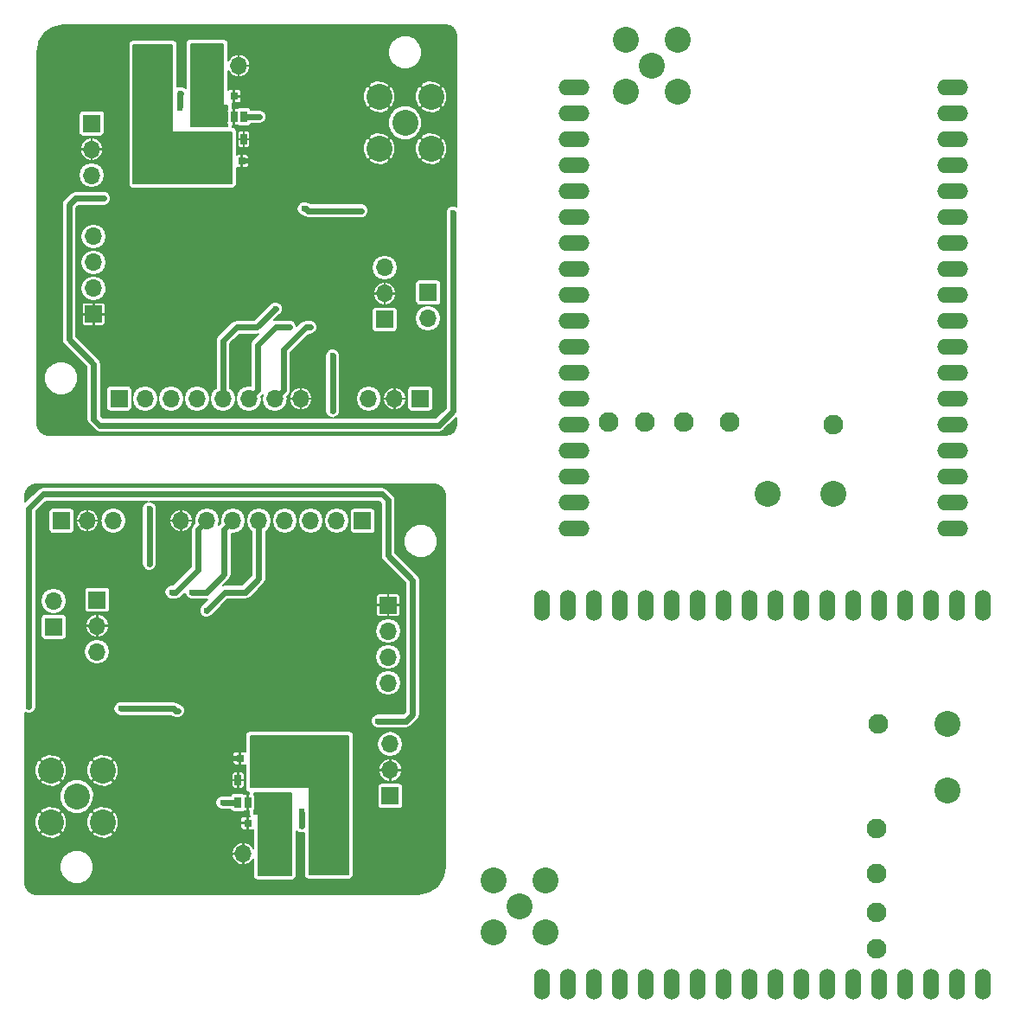
<source format=gbl>
G04 #@! TF.FileFunction,Copper,L2,Bot,Signal*
%FSLAX46Y46*%
G04 Gerber Fmt 4.6, Leading zero omitted, Abs format (unit mm)*
G04 Created by KiCad (PCBNEW 4.0.6-e0-6349~53~ubuntu14.04.1) date Thu Apr  6 15:25:57 2017*
%MOMM*%
%LPD*%
G01*
G04 APERTURE LIST*
%ADD10C,0.100000*%
%ADD11O,3.048000X1.524000*%
%ADD12C,2.540000*%
%ADD13C,1.930400*%
%ADD14R,0.800000X0.750000*%
%ADD15R,1.700000X1.700000*%
%ADD16O,1.700000X1.700000*%
%ADD17R,0.500000X0.900000*%
%ADD18R,0.650000X1.060000*%
%ADD19O,1.524000X3.048000*%
%ADD20C,0.600000*%
%ADD21C,0.600000*%
%ADD22C,0.450000*%
%ADD23C,0.550000*%
%ADD24C,1.000000*%
%ADD25C,0.400000*%
%ADD26C,0.200000*%
G04 APERTURE END LIST*
D10*
D11*
X157531140Y-58230000D03*
X157531140Y-60770000D03*
X157531140Y-63310000D03*
X157531140Y-65850000D03*
X157531140Y-68390000D03*
X157531140Y-70930000D03*
X157531140Y-73470000D03*
X157531140Y-76010000D03*
X157531140Y-78550000D03*
X157531140Y-81090000D03*
X157531140Y-83630000D03*
X157531140Y-86170000D03*
X157531140Y-88710000D03*
X157531140Y-91250000D03*
X157531140Y-93790000D03*
X157531140Y-96330000D03*
X157531140Y-98870000D03*
X157531140Y-101410000D03*
X194638000Y-101410000D03*
X194638000Y-98870000D03*
X194638000Y-96330000D03*
X194638000Y-93790000D03*
X194638000Y-91250000D03*
X194638000Y-88710000D03*
X194638000Y-86170000D03*
X194638000Y-83630000D03*
X194638000Y-81090000D03*
X194638000Y-78550000D03*
X194638000Y-76010000D03*
X194638000Y-73470000D03*
X194638000Y-70930000D03*
X194638000Y-68390000D03*
X194638000Y-65850000D03*
X194638000Y-63310000D03*
X194638000Y-60770000D03*
X194638000Y-58230000D03*
D12*
X165145000Y-56100000D03*
X162605000Y-53560000D03*
X167685000Y-53560000D03*
X162605000Y-58640000D03*
X167685000Y-58640000D03*
D13*
X164510000Y-91025000D03*
X168320000Y-91025000D03*
X172765000Y-91025000D03*
X182980000Y-91240000D03*
X160980000Y-91040000D03*
D12*
X176501340Y-98010000D03*
X182998660Y-98010000D03*
D14*
X124270000Y-59120000D03*
X122770000Y-59120000D03*
X123520000Y-65470000D03*
X125020000Y-65470000D03*
D15*
X110320000Y-61780000D03*
D16*
X110320000Y-64320000D03*
X110320000Y-66860000D03*
D15*
X139020000Y-80970000D03*
D16*
X139020000Y-78430000D03*
X139020000Y-75890000D03*
D15*
X142520000Y-88720000D03*
D16*
X139980000Y-88720000D03*
X137440000Y-88720000D03*
D15*
X110520000Y-80460000D03*
D16*
X110520000Y-77920000D03*
X110520000Y-75380000D03*
X110520000Y-72840000D03*
D15*
X113020000Y-88720000D03*
D16*
X115560000Y-88720000D03*
X118100000Y-88720000D03*
X120640000Y-88720000D03*
X123180000Y-88720000D03*
X125720000Y-88720000D03*
X128260000Y-88720000D03*
X130800000Y-88720000D03*
D15*
X143270000Y-78320000D03*
D16*
X143270000Y-80860000D03*
D15*
X122180000Y-56120000D03*
D16*
X124720000Y-56120000D03*
D17*
X120470000Y-60120000D03*
X118970000Y-60120000D03*
D18*
X123320000Y-61120000D03*
X124270000Y-61120000D03*
X125220000Y-61120000D03*
X125220000Y-63320000D03*
X123320000Y-63320000D03*
D12*
X141020000Y-61720000D03*
X143560000Y-59180000D03*
X143560000Y-64260000D03*
X138480000Y-59180000D03*
X138480000Y-64260000D03*
D15*
X116120000Y-56020000D03*
D19*
X154390000Y-146028860D03*
X156930000Y-146028860D03*
X159470000Y-146028860D03*
X162010000Y-146028860D03*
X164550000Y-146028860D03*
X167090000Y-146028860D03*
X169630000Y-146028860D03*
X172170000Y-146028860D03*
X174710000Y-146028860D03*
X177250000Y-146028860D03*
X179790000Y-146028860D03*
X182330000Y-146028860D03*
X184870000Y-146028860D03*
X187410000Y-146028860D03*
X189950000Y-146028860D03*
X192490000Y-146028860D03*
X195030000Y-146028860D03*
X197570000Y-146028860D03*
X197570000Y-108922000D03*
X195030000Y-108922000D03*
X192490000Y-108922000D03*
X189950000Y-108922000D03*
X187410000Y-108922000D03*
X184870000Y-108922000D03*
X182330000Y-108922000D03*
X179790000Y-108922000D03*
X177250000Y-108922000D03*
X174710000Y-108922000D03*
X172170000Y-108922000D03*
X169630000Y-108922000D03*
X167090000Y-108922000D03*
X164550000Y-108922000D03*
X162010000Y-108922000D03*
X159470000Y-108922000D03*
X156930000Y-108922000D03*
X154390000Y-108922000D03*
D12*
X152260000Y-138415000D03*
X149720000Y-140955000D03*
X149720000Y-135875000D03*
X154800000Y-140955000D03*
X154800000Y-135875000D03*
D13*
X187185000Y-139050000D03*
X187185000Y-135240000D03*
X187185000Y-130795000D03*
X187400000Y-120580000D03*
X187200000Y-142580000D03*
D12*
X194170000Y-127058660D03*
X194170000Y-120561340D03*
D14*
X125610000Y-130270000D03*
X127110000Y-130270000D03*
X126360000Y-123920000D03*
X124860000Y-123920000D03*
D15*
X139560000Y-127610000D03*
D16*
X139560000Y-125070000D03*
X139560000Y-122530000D03*
D15*
X110860000Y-108420000D03*
D16*
X110860000Y-110960000D03*
X110860000Y-113500000D03*
D15*
X107360000Y-100670000D03*
D16*
X109900000Y-100670000D03*
X112440000Y-100670000D03*
D15*
X139360000Y-108930000D03*
D16*
X139360000Y-111470000D03*
X139360000Y-114010000D03*
X139360000Y-116550000D03*
D15*
X136860000Y-100670000D03*
D16*
X134320000Y-100670000D03*
X131780000Y-100670000D03*
X129240000Y-100670000D03*
X126700000Y-100670000D03*
X124160000Y-100670000D03*
X121620000Y-100670000D03*
X119080000Y-100670000D03*
D15*
X106610000Y-111070000D03*
D16*
X106610000Y-108530000D03*
D15*
X127700000Y-133270000D03*
D16*
X125160000Y-133270000D03*
D17*
X129410000Y-129270000D03*
X130910000Y-129270000D03*
D18*
X126560000Y-128270000D03*
X125610000Y-128270000D03*
X124660000Y-128270000D03*
X124660000Y-126070000D03*
X126560000Y-126070000D03*
D12*
X108860000Y-127670000D03*
X106320000Y-130210000D03*
X106320000Y-125130000D03*
X111400000Y-130210000D03*
X111400000Y-125130000D03*
D15*
X133760000Y-133370000D03*
D20*
X145720000Y-70520000D03*
X111520000Y-69120000D03*
X104160000Y-118870000D03*
X138360000Y-120270000D03*
X112120000Y-59020000D03*
X135520000Y-83220000D03*
X130420000Y-65320000D03*
X136920000Y-71520000D03*
X113320000Y-59920000D03*
X132520000Y-63920000D03*
X117120000Y-69720000D03*
X136120000Y-79720000D03*
X132120000Y-60920000D03*
X122120000Y-81720000D03*
X117320000Y-79920000D03*
X137760000Y-130370000D03*
X114360000Y-106170000D03*
X119460000Y-124070000D03*
X112960000Y-117870000D03*
X136560000Y-129470000D03*
X117360000Y-125470000D03*
X132760000Y-119670000D03*
X113760000Y-109670000D03*
X117760000Y-128470000D03*
X127760000Y-107670000D03*
X132560000Y-109470000D03*
X115320000Y-58320000D03*
X121320000Y-66520000D03*
X122920000Y-66920000D03*
X131120000Y-70120000D03*
X136720000Y-70320000D03*
X134560000Y-131070000D03*
X128560000Y-122870000D03*
X126960000Y-122470000D03*
X118760000Y-119270000D03*
X113160000Y-119070000D03*
X121620000Y-61620000D03*
X128260000Y-127770000D03*
X133920000Y-84520000D03*
X133920000Y-89920000D03*
X115960000Y-104870000D03*
X115960000Y-99470000D03*
X131720000Y-81720000D03*
X118160000Y-107670000D03*
X129720000Y-81720000D03*
X120160000Y-107670000D03*
X128320000Y-79920000D03*
X121560000Y-109470000D03*
X119020000Y-58820000D03*
X130860000Y-130570000D03*
X126720000Y-61120000D03*
X123160000Y-128270000D03*
D21*
X145720000Y-89920000D02*
X145720000Y-70520000D01*
X144320000Y-91320000D02*
X145720000Y-89920000D01*
X111120000Y-91320000D02*
X144320000Y-91320000D01*
X110520000Y-90720000D02*
X111120000Y-91320000D01*
X110520000Y-85320000D02*
X110520000Y-90720000D01*
X108120000Y-82920000D02*
X110520000Y-85320000D01*
X108120000Y-69720000D02*
X108120000Y-82920000D01*
X108720000Y-69120000D02*
X108120000Y-69720000D01*
X111520000Y-69120000D02*
X108720000Y-69120000D01*
X104160000Y-99470000D02*
X104160000Y-118870000D01*
X105560000Y-98070000D02*
X104160000Y-99470000D01*
X138760000Y-98070000D02*
X105560000Y-98070000D01*
X139360000Y-98670000D02*
X138760000Y-98070000D01*
X139360000Y-104070000D02*
X139360000Y-98670000D01*
X141760000Y-106470000D02*
X139360000Y-104070000D01*
X141760000Y-119670000D02*
X141760000Y-106470000D01*
X141160000Y-120270000D02*
X141760000Y-119670000D01*
X138360000Y-120270000D02*
X141160000Y-120270000D01*
X112120000Y-59020000D02*
X112120000Y-59420000D01*
X135520000Y-83220000D02*
X135320000Y-83020000D01*
X135320000Y-83020000D02*
X135020000Y-83020000D01*
D22*
X130420000Y-65320000D02*
X131220000Y-65320000D01*
X131220000Y-65320000D02*
X131320000Y-65220000D01*
D21*
X136920000Y-71520000D02*
X137620000Y-71520000D01*
D23*
X127820001Y-64219999D02*
X126570000Y-65470000D01*
X126570000Y-65470000D02*
X125020000Y-65470000D01*
X132219999Y-64219999D02*
X127820001Y-64219999D01*
X113320000Y-59920000D02*
X113120000Y-60120000D01*
X132520000Y-63920000D02*
X132219999Y-64219999D01*
X117120000Y-69720000D02*
X117320000Y-69920000D01*
X136120000Y-79720000D02*
X136419999Y-79419999D01*
X132120000Y-60920000D02*
X131820001Y-61220001D01*
D21*
X121920000Y-80920000D02*
X121720000Y-80720000D01*
X121920000Y-81095736D02*
X121920000Y-80920000D01*
X122120000Y-81720000D02*
X122120000Y-81295736D01*
X122120000Y-81295736D02*
X121920000Y-81095736D01*
X117320000Y-79920000D02*
X118120000Y-79920000D01*
X137760000Y-130370000D02*
X137760000Y-129970000D01*
X114360000Y-106170000D02*
X114560000Y-106370000D01*
X114560000Y-106370000D02*
X114860000Y-106370000D01*
D22*
X119460000Y-124070000D02*
X118660000Y-124070000D01*
X118660000Y-124070000D02*
X118560000Y-124170000D01*
D21*
X112960000Y-117870000D02*
X112260000Y-117870000D01*
D23*
X122059999Y-125170001D02*
X123310000Y-123920000D01*
X123310000Y-123920000D02*
X124860000Y-123920000D01*
X117660001Y-125170001D02*
X122059999Y-125170001D01*
X136560000Y-129470000D02*
X136760000Y-129270000D01*
X117360000Y-125470000D02*
X117660001Y-125170001D01*
X132760000Y-119670000D02*
X132560000Y-119470000D01*
X113760000Y-109670000D02*
X113460001Y-109970001D01*
X117760000Y-128470000D02*
X118059999Y-128169999D01*
D21*
X127960000Y-108470000D02*
X128160000Y-108670000D01*
X127960000Y-108294264D02*
X127960000Y-108470000D01*
X127760000Y-107670000D02*
X127760000Y-108094264D01*
X127760000Y-108094264D02*
X127960000Y-108294264D01*
X132560000Y-109470000D02*
X131760000Y-109470000D01*
X115320000Y-58320000D02*
X115520000Y-58320000D01*
D24*
X121320000Y-66520000D02*
X121320000Y-65720000D01*
D21*
X122920000Y-66920000D02*
X122920000Y-65920000D01*
X122920000Y-65920000D02*
X123070000Y-65920000D01*
X123070000Y-65920000D02*
X123520000Y-65470000D01*
X131520000Y-70320000D02*
X131320000Y-70120000D01*
X131320000Y-70120000D02*
X131120000Y-70120000D01*
X136720000Y-70320000D02*
X131520000Y-70320000D01*
X134560000Y-131070000D02*
X134360000Y-131070000D01*
D24*
X128560000Y-122870000D02*
X128560000Y-123670000D01*
D21*
X126960000Y-122470000D02*
X126960000Y-123470000D01*
X126960000Y-123470000D02*
X126810000Y-123470000D01*
X126810000Y-123470000D02*
X126360000Y-123920000D01*
X118360000Y-119070000D02*
X118560000Y-119270000D01*
X118560000Y-119270000D02*
X118760000Y-119270000D01*
X113160000Y-119070000D02*
X118360000Y-119070000D01*
X121620000Y-61620000D02*
X121720000Y-61520000D01*
X128260000Y-127770000D02*
X128160000Y-127870000D01*
X133920000Y-89920000D02*
X133920000Y-84520000D01*
X115960000Y-99470000D02*
X115960000Y-104870000D01*
X129109999Y-83930001D02*
X131320000Y-81720000D01*
X131320000Y-81720000D02*
X131720000Y-81720000D01*
X128260000Y-88720000D02*
X129109999Y-87870001D01*
X129109999Y-87870001D02*
X129109999Y-83930001D01*
X120770001Y-105459999D02*
X118560000Y-107670000D01*
X118560000Y-107670000D02*
X118160000Y-107670000D01*
X121620000Y-100670000D02*
X120770001Y-101519999D01*
X120770001Y-101519999D02*
X120770001Y-105459999D01*
X128320000Y-81720000D02*
X129720000Y-81720000D01*
X126569999Y-83470001D02*
X128320000Y-81720000D01*
X125720000Y-88720000D02*
X126569999Y-87870001D01*
X126569999Y-87870001D02*
X126569999Y-83470001D01*
X121560000Y-107670000D02*
X120160000Y-107670000D01*
X123310001Y-105919999D02*
X121560000Y-107670000D01*
X124160000Y-100670000D02*
X123310001Y-101519999D01*
X123310001Y-101519999D02*
X123310001Y-105919999D01*
X124520000Y-81720000D02*
X126520000Y-81720000D01*
X126520000Y-81720000D02*
X128320000Y-79920000D01*
X123180000Y-83060000D02*
X124520000Y-81720000D01*
X123180000Y-88720000D02*
X123180000Y-83060000D01*
X125360000Y-107670000D02*
X123360000Y-107670000D01*
X123360000Y-107670000D02*
X121560000Y-109470000D01*
X126700000Y-106330000D02*
X125360000Y-107670000D01*
X126700000Y-100670000D02*
X126700000Y-106330000D01*
X118970000Y-60120000D02*
X118970000Y-58870000D01*
X118970000Y-58870000D02*
X119020000Y-58820000D01*
X130910000Y-129270000D02*
X130910000Y-130520000D01*
X130910000Y-130520000D02*
X130860000Y-130570000D01*
X125220000Y-61120000D02*
X126720000Y-61120000D01*
D25*
X125220000Y-61120000D02*
X125220000Y-61420000D01*
D21*
X124660000Y-128270000D02*
X123160000Y-128270000D01*
D25*
X124660000Y-128270000D02*
X124660000Y-127970000D01*
D26*
G36*
X118220000Y-62520000D02*
X118227879Y-62558906D01*
X118250273Y-62591681D01*
X118283654Y-62613161D01*
X118320000Y-62620000D01*
X124020000Y-62620000D01*
X124020000Y-67620000D01*
X114420000Y-67620000D01*
X114420000Y-54120000D01*
X118220000Y-54120000D01*
X118220000Y-62520000D01*
X118220000Y-62520000D01*
G37*
X118220000Y-62520000D02*
X118227879Y-62558906D01*
X118250273Y-62591681D01*
X118283654Y-62613161D01*
X118320000Y-62620000D01*
X124020000Y-62620000D01*
X124020000Y-67620000D01*
X114420000Y-67620000D01*
X114420000Y-54120000D01*
X118220000Y-54120000D01*
X118220000Y-62520000D01*
G36*
X123220000Y-59920000D02*
X123227879Y-59958906D01*
X123250273Y-59991681D01*
X123283654Y-60013161D01*
X123320000Y-60020000D01*
X123620000Y-60020000D01*
X123620000Y-60357121D01*
X123569296Y-60431329D01*
X123537164Y-60590000D01*
X123537164Y-61650000D01*
X123565056Y-61798231D01*
X123620000Y-61883617D01*
X123620000Y-62020000D01*
X120020000Y-62020000D01*
X120020000Y-54020000D01*
X123220000Y-54020000D01*
X123220000Y-59920000D01*
X123220000Y-59920000D01*
G37*
X123220000Y-59920000D02*
X123227879Y-59958906D01*
X123250273Y-59991681D01*
X123283654Y-60013161D01*
X123320000Y-60020000D01*
X123620000Y-60020000D01*
X123620000Y-60357121D01*
X123569296Y-60431329D01*
X123537164Y-60590000D01*
X123537164Y-61650000D01*
X123565056Y-61798231D01*
X123620000Y-61883617D01*
X123620000Y-62020000D01*
X120020000Y-62020000D01*
X120020000Y-54020000D01*
X123220000Y-54020000D01*
X123220000Y-59920000D01*
G36*
X145418443Y-52258071D02*
X145756227Y-52483771D01*
X145981929Y-52821557D01*
X146070000Y-53264320D01*
X146070000Y-69907384D01*
X145859850Y-69820122D01*
X145581372Y-69819879D01*
X145324000Y-69926223D01*
X145126915Y-70122964D01*
X145020122Y-70380150D01*
X145019879Y-70658628D01*
X145020000Y-70658921D01*
X145020000Y-89630050D01*
X144030050Y-90620000D01*
X134058921Y-90620000D01*
X134316000Y-90513777D01*
X134513085Y-90317036D01*
X134619878Y-90059850D01*
X134620121Y-89781372D01*
X134620000Y-89781079D01*
X134620000Y-88695511D01*
X136190000Y-88695511D01*
X136190000Y-88744489D01*
X136285151Y-89222843D01*
X136556117Y-89628372D01*
X136961646Y-89899338D01*
X137440000Y-89994489D01*
X137918354Y-89899338D01*
X138323883Y-89628372D01*
X138594849Y-89222843D01*
X138654183Y-88924550D01*
X138848335Y-88924550D01*
X139012756Y-89342049D01*
X139324431Y-89664847D01*
X139735911Y-89843800D01*
X139775451Y-89851662D01*
X139955000Y-89794709D01*
X139955000Y-88745000D01*
X140005000Y-88745000D01*
X140005000Y-89794709D01*
X140184549Y-89851662D01*
X140224089Y-89843800D01*
X140635569Y-89664847D01*
X140947244Y-89342049D01*
X141111665Y-88924550D01*
X141054731Y-88745000D01*
X140005000Y-88745000D01*
X139955000Y-88745000D01*
X138905269Y-88745000D01*
X138848335Y-88924550D01*
X138654183Y-88924550D01*
X138690000Y-88744489D01*
X138690000Y-88695511D01*
X138654184Y-88515450D01*
X138848335Y-88515450D01*
X138905269Y-88695000D01*
X139955000Y-88695000D01*
X139955000Y-87645291D01*
X140005000Y-87645291D01*
X140005000Y-88695000D01*
X141054731Y-88695000D01*
X141111665Y-88515450D01*
X140947244Y-88097951D01*
X140727148Y-87870000D01*
X141262164Y-87870000D01*
X141262164Y-89570000D01*
X141290056Y-89718231D01*
X141377660Y-89854372D01*
X141511329Y-89945704D01*
X141670000Y-89977836D01*
X143370000Y-89977836D01*
X143518231Y-89949944D01*
X143654372Y-89862340D01*
X143745704Y-89728671D01*
X143777836Y-89570000D01*
X143777836Y-87870000D01*
X143749944Y-87721769D01*
X143662340Y-87585628D01*
X143528671Y-87494296D01*
X143370000Y-87462164D01*
X141670000Y-87462164D01*
X141521769Y-87490056D01*
X141385628Y-87577660D01*
X141294296Y-87711329D01*
X141262164Y-87870000D01*
X140727148Y-87870000D01*
X140635569Y-87775153D01*
X140224089Y-87596200D01*
X140184549Y-87588338D01*
X140005000Y-87645291D01*
X139955000Y-87645291D01*
X139775451Y-87588338D01*
X139735911Y-87596200D01*
X139324431Y-87775153D01*
X139012756Y-88097951D01*
X138848335Y-88515450D01*
X138654184Y-88515450D01*
X138594849Y-88217157D01*
X138323883Y-87811628D01*
X137918354Y-87540662D01*
X137440000Y-87445511D01*
X136961646Y-87540662D01*
X136556117Y-87811628D01*
X136285151Y-88217157D01*
X136190000Y-88695511D01*
X134620000Y-88695511D01*
X134620000Y-84520000D01*
X134620121Y-84381372D01*
X134513777Y-84124000D01*
X134317036Y-83926915D01*
X134059850Y-83820122D01*
X133781372Y-83819879D01*
X133524000Y-83926223D01*
X133326915Y-84122964D01*
X133220122Y-84380150D01*
X133219879Y-84658628D01*
X133220000Y-84658921D01*
X133220000Y-89919962D01*
X133219879Y-90058628D01*
X133326223Y-90316000D01*
X133522964Y-90513085D01*
X133780150Y-90619878D01*
X133919962Y-90620000D01*
X111409950Y-90620000D01*
X111220000Y-90430050D01*
X111220000Y-87870000D01*
X111762164Y-87870000D01*
X111762164Y-89570000D01*
X111790056Y-89718231D01*
X111877660Y-89854372D01*
X112011329Y-89945704D01*
X112170000Y-89977836D01*
X113870000Y-89977836D01*
X114018231Y-89949944D01*
X114154372Y-89862340D01*
X114245704Y-89728671D01*
X114277836Y-89570000D01*
X114277836Y-88695511D01*
X114310000Y-88695511D01*
X114310000Y-88744489D01*
X114405151Y-89222843D01*
X114676117Y-89628372D01*
X115081646Y-89899338D01*
X115560000Y-89994489D01*
X116038354Y-89899338D01*
X116443883Y-89628372D01*
X116714849Y-89222843D01*
X116810000Y-88744489D01*
X116810000Y-88695511D01*
X116850000Y-88695511D01*
X116850000Y-88744489D01*
X116945151Y-89222843D01*
X117216117Y-89628372D01*
X117621646Y-89899338D01*
X118100000Y-89994489D01*
X118578354Y-89899338D01*
X118983883Y-89628372D01*
X119254849Y-89222843D01*
X119350000Y-88744489D01*
X119350000Y-88695511D01*
X119390000Y-88695511D01*
X119390000Y-88744489D01*
X119485151Y-89222843D01*
X119756117Y-89628372D01*
X120161646Y-89899338D01*
X120640000Y-89994489D01*
X121118354Y-89899338D01*
X121523883Y-89628372D01*
X121794849Y-89222843D01*
X121890000Y-88744489D01*
X121890000Y-88695511D01*
X121930000Y-88695511D01*
X121930000Y-88744489D01*
X122025151Y-89222843D01*
X122296117Y-89628372D01*
X122701646Y-89899338D01*
X123180000Y-89994489D01*
X123658354Y-89899338D01*
X124063883Y-89628372D01*
X124334849Y-89222843D01*
X124430000Y-88744489D01*
X124430000Y-88695511D01*
X124334849Y-88217157D01*
X124063883Y-87811628D01*
X123880000Y-87688761D01*
X123880000Y-83349950D01*
X124809950Y-82420000D01*
X126520000Y-82420000D01*
X126657375Y-82392675D01*
X126075024Y-82975026D01*
X125923283Y-83202122D01*
X125923283Y-83202123D01*
X125869999Y-83470001D01*
X125869999Y-87475348D01*
X125720000Y-87445511D01*
X125241646Y-87540662D01*
X124836117Y-87811628D01*
X124565151Y-88217157D01*
X124470000Y-88695511D01*
X124470000Y-88744489D01*
X124565151Y-89222843D01*
X124836117Y-89628372D01*
X125241646Y-89899338D01*
X125720000Y-89994489D01*
X126198354Y-89899338D01*
X126603883Y-89628372D01*
X126874849Y-89222843D01*
X126970000Y-88744489D01*
X126970000Y-88695511D01*
X126930918Y-88499032D01*
X127064974Y-88364976D01*
X127080315Y-88342017D01*
X127010000Y-88695511D01*
X127010000Y-88744489D01*
X127105151Y-89222843D01*
X127376117Y-89628372D01*
X127781646Y-89899338D01*
X128260000Y-89994489D01*
X128738354Y-89899338D01*
X129143883Y-89628372D01*
X129414849Y-89222843D01*
X129474183Y-88924550D01*
X129668335Y-88924550D01*
X129832756Y-89342049D01*
X130144431Y-89664847D01*
X130555911Y-89843800D01*
X130595451Y-89851662D01*
X130775000Y-89794709D01*
X130775000Y-88745000D01*
X130825000Y-88745000D01*
X130825000Y-89794709D01*
X131004549Y-89851662D01*
X131044089Y-89843800D01*
X131455569Y-89664847D01*
X131767244Y-89342049D01*
X131931665Y-88924550D01*
X131874731Y-88745000D01*
X130825000Y-88745000D01*
X130775000Y-88745000D01*
X129725269Y-88745000D01*
X129668335Y-88924550D01*
X129474183Y-88924550D01*
X129510000Y-88744489D01*
X129510000Y-88695511D01*
X129474184Y-88515450D01*
X129668335Y-88515450D01*
X129725269Y-88695000D01*
X130775000Y-88695000D01*
X130775000Y-87645291D01*
X130825000Y-87645291D01*
X130825000Y-88695000D01*
X131874731Y-88695000D01*
X131931665Y-88515450D01*
X131767244Y-88097951D01*
X131455569Y-87775153D01*
X131044089Y-87596200D01*
X131004549Y-87588338D01*
X130825000Y-87645291D01*
X130775000Y-87645291D01*
X130595451Y-87588338D01*
X130555911Y-87596200D01*
X130144431Y-87775153D01*
X129832756Y-88097951D01*
X129668335Y-88515450D01*
X129474184Y-88515450D01*
X129470918Y-88499032D01*
X129604974Y-88364976D01*
X129756715Y-88137880D01*
X129809999Y-87870001D01*
X129809999Y-84219951D01*
X131609949Y-82420000D01*
X131719962Y-82420000D01*
X131858628Y-82420121D01*
X132116000Y-82313777D01*
X132313085Y-82117036D01*
X132419878Y-81859850D01*
X132420121Y-81581372D01*
X132313777Y-81324000D01*
X132117036Y-81126915D01*
X131859850Y-81020122D01*
X131581372Y-81019879D01*
X131581079Y-81020000D01*
X131320000Y-81020000D01*
X131052122Y-81073284D01*
X130825025Y-81225025D01*
X130825023Y-81225028D01*
X130420079Y-81629972D01*
X130420121Y-81581372D01*
X130313777Y-81324000D01*
X130117036Y-81126915D01*
X129859850Y-81020122D01*
X129581372Y-81019879D01*
X129581079Y-81020000D01*
X128320000Y-81020000D01*
X128182624Y-81047326D01*
X128814543Y-80415406D01*
X128913085Y-80317036D01*
X128994901Y-80120000D01*
X137762164Y-80120000D01*
X137762164Y-81820000D01*
X137790056Y-81968231D01*
X137877660Y-82104372D01*
X138011329Y-82195704D01*
X138170000Y-82227836D01*
X139870000Y-82227836D01*
X140018231Y-82199944D01*
X140154372Y-82112340D01*
X140245704Y-81978671D01*
X140277836Y-81820000D01*
X140277836Y-80860000D01*
X141995511Y-80860000D01*
X142090662Y-81338354D01*
X142361628Y-81743883D01*
X142767157Y-82014849D01*
X143245511Y-82110000D01*
X143294489Y-82110000D01*
X143772843Y-82014849D01*
X144178372Y-81743883D01*
X144449338Y-81338354D01*
X144544489Y-80860000D01*
X144449338Y-80381646D01*
X144178372Y-79976117D01*
X143772843Y-79705151D01*
X143294489Y-79610000D01*
X143245511Y-79610000D01*
X142767157Y-79705151D01*
X142361628Y-79976117D01*
X142090662Y-80381646D01*
X141995511Y-80860000D01*
X140277836Y-80860000D01*
X140277836Y-80120000D01*
X140249944Y-79971769D01*
X140162340Y-79835628D01*
X140028671Y-79744296D01*
X139870000Y-79712164D01*
X138170000Y-79712164D01*
X138021769Y-79740056D01*
X137885628Y-79827660D01*
X137794296Y-79961329D01*
X137762164Y-80120000D01*
X128994901Y-80120000D01*
X129019878Y-80059850D01*
X129020121Y-79781372D01*
X128913777Y-79524000D01*
X128717036Y-79326915D01*
X128459850Y-79220122D01*
X128181372Y-79219879D01*
X127924000Y-79326223D01*
X127726915Y-79522964D01*
X127726793Y-79523258D01*
X126230050Y-81020000D01*
X124520000Y-81020000D01*
X124252122Y-81073284D01*
X124025025Y-81225025D01*
X122685025Y-82565025D01*
X122533284Y-82792121D01*
X122496902Y-82975026D01*
X122480000Y-83060000D01*
X122480000Y-87688761D01*
X122296117Y-87811628D01*
X122025151Y-88217157D01*
X121930000Y-88695511D01*
X121890000Y-88695511D01*
X121794849Y-88217157D01*
X121523883Y-87811628D01*
X121118354Y-87540662D01*
X120640000Y-87445511D01*
X120161646Y-87540662D01*
X119756117Y-87811628D01*
X119485151Y-88217157D01*
X119390000Y-88695511D01*
X119350000Y-88695511D01*
X119254849Y-88217157D01*
X118983883Y-87811628D01*
X118578354Y-87540662D01*
X118100000Y-87445511D01*
X117621646Y-87540662D01*
X117216117Y-87811628D01*
X116945151Y-88217157D01*
X116850000Y-88695511D01*
X116810000Y-88695511D01*
X116714849Y-88217157D01*
X116443883Y-87811628D01*
X116038354Y-87540662D01*
X115560000Y-87445511D01*
X115081646Y-87540662D01*
X114676117Y-87811628D01*
X114405151Y-88217157D01*
X114310000Y-88695511D01*
X114277836Y-88695511D01*
X114277836Y-87870000D01*
X114249944Y-87721769D01*
X114162340Y-87585628D01*
X114028671Y-87494296D01*
X113870000Y-87462164D01*
X112170000Y-87462164D01*
X112021769Y-87490056D01*
X111885628Y-87577660D01*
X111794296Y-87711329D01*
X111762164Y-87870000D01*
X111220000Y-87870000D01*
X111220000Y-85320005D01*
X111220001Y-85320000D01*
X111166716Y-85052121D01*
X111075762Y-84916000D01*
X111014975Y-84825025D01*
X111014972Y-84825023D01*
X108820000Y-82630050D01*
X108820000Y-80560000D01*
X109370000Y-80560000D01*
X109370000Y-81369673D01*
X109415672Y-81479936D01*
X109500063Y-81564328D01*
X109610326Y-81610000D01*
X110420000Y-81610000D01*
X110495000Y-81535000D01*
X110495000Y-80485000D01*
X110545000Y-80485000D01*
X110545000Y-81535000D01*
X110620000Y-81610000D01*
X111429674Y-81610000D01*
X111539937Y-81564328D01*
X111624328Y-81479936D01*
X111670000Y-81369673D01*
X111670000Y-80560000D01*
X111595000Y-80485000D01*
X110545000Y-80485000D01*
X110495000Y-80485000D01*
X109445000Y-80485000D01*
X109370000Y-80560000D01*
X108820000Y-80560000D01*
X108820000Y-79550327D01*
X109370000Y-79550327D01*
X109370000Y-80360000D01*
X109445000Y-80435000D01*
X110495000Y-80435000D01*
X110495000Y-79385000D01*
X110545000Y-79385000D01*
X110545000Y-80435000D01*
X111595000Y-80435000D01*
X111670000Y-80360000D01*
X111670000Y-79550327D01*
X111624328Y-79440064D01*
X111539937Y-79355672D01*
X111429674Y-79310000D01*
X110620000Y-79310000D01*
X110545000Y-79385000D01*
X110495000Y-79385000D01*
X110420000Y-79310000D01*
X109610326Y-79310000D01*
X109500063Y-79355672D01*
X109415672Y-79440064D01*
X109370000Y-79550327D01*
X108820000Y-79550327D01*
X108820000Y-77920000D01*
X109245511Y-77920000D01*
X109340662Y-78398354D01*
X109611628Y-78803883D01*
X110017157Y-79074849D01*
X110495511Y-79170000D01*
X110544489Y-79170000D01*
X111022843Y-79074849D01*
X111428372Y-78803883D01*
X111541517Y-78634549D01*
X137888338Y-78634549D01*
X137896200Y-78674089D01*
X138075153Y-79085569D01*
X138397951Y-79397244D01*
X138815450Y-79561665D01*
X138995000Y-79504731D01*
X138995000Y-78455000D01*
X139045000Y-78455000D01*
X139045000Y-79504731D01*
X139224550Y-79561665D01*
X139642049Y-79397244D01*
X139964847Y-79085569D01*
X140143800Y-78674089D01*
X140151662Y-78634549D01*
X140094709Y-78455000D01*
X139045000Y-78455000D01*
X138995000Y-78455000D01*
X137945291Y-78455000D01*
X137888338Y-78634549D01*
X111541517Y-78634549D01*
X111699338Y-78398354D01*
X111733730Y-78225451D01*
X137888338Y-78225451D01*
X137945291Y-78405000D01*
X138995000Y-78405000D01*
X138995000Y-77355269D01*
X139045000Y-77355269D01*
X139045000Y-78405000D01*
X140094709Y-78405000D01*
X140151662Y-78225451D01*
X140143800Y-78185911D01*
X139964847Y-77774431D01*
X139649552Y-77470000D01*
X142012164Y-77470000D01*
X142012164Y-79170000D01*
X142040056Y-79318231D01*
X142127660Y-79454372D01*
X142261329Y-79545704D01*
X142420000Y-79577836D01*
X144120000Y-79577836D01*
X144268231Y-79549944D01*
X144404372Y-79462340D01*
X144495704Y-79328671D01*
X144527836Y-79170000D01*
X144527836Y-77470000D01*
X144499944Y-77321769D01*
X144412340Y-77185628D01*
X144278671Y-77094296D01*
X144120000Y-77062164D01*
X142420000Y-77062164D01*
X142271769Y-77090056D01*
X142135628Y-77177660D01*
X142044296Y-77311329D01*
X142012164Y-77470000D01*
X139649552Y-77470000D01*
X139642049Y-77462756D01*
X139224550Y-77298335D01*
X139045000Y-77355269D01*
X138995000Y-77355269D01*
X138815450Y-77298335D01*
X138397951Y-77462756D01*
X138075153Y-77774431D01*
X137896200Y-78185911D01*
X137888338Y-78225451D01*
X111733730Y-78225451D01*
X111794489Y-77920000D01*
X111699338Y-77441646D01*
X111428372Y-77036117D01*
X111022843Y-76765151D01*
X110544489Y-76670000D01*
X110495511Y-76670000D01*
X110017157Y-76765151D01*
X109611628Y-77036117D01*
X109340662Y-77441646D01*
X109245511Y-77920000D01*
X108820000Y-77920000D01*
X108820000Y-75380000D01*
X109245511Y-75380000D01*
X109340662Y-75858354D01*
X109611628Y-76263883D01*
X110017157Y-76534849D01*
X110495511Y-76630000D01*
X110544489Y-76630000D01*
X111022843Y-76534849D01*
X111428372Y-76263883D01*
X111678192Y-75890000D01*
X137745511Y-75890000D01*
X137840662Y-76368354D01*
X138111628Y-76773883D01*
X138517157Y-77044849D01*
X138995511Y-77140000D01*
X139044489Y-77140000D01*
X139522843Y-77044849D01*
X139928372Y-76773883D01*
X140199338Y-76368354D01*
X140294489Y-75890000D01*
X140199338Y-75411646D01*
X139928372Y-75006117D01*
X139522843Y-74735151D01*
X139044489Y-74640000D01*
X138995511Y-74640000D01*
X138517157Y-74735151D01*
X138111628Y-75006117D01*
X137840662Y-75411646D01*
X137745511Y-75890000D01*
X111678192Y-75890000D01*
X111699338Y-75858354D01*
X111794489Y-75380000D01*
X111699338Y-74901646D01*
X111428372Y-74496117D01*
X111022843Y-74225151D01*
X110544489Y-74130000D01*
X110495511Y-74130000D01*
X110017157Y-74225151D01*
X109611628Y-74496117D01*
X109340662Y-74901646D01*
X109245511Y-75380000D01*
X108820000Y-75380000D01*
X108820000Y-72840000D01*
X109245511Y-72840000D01*
X109340662Y-73318354D01*
X109611628Y-73723883D01*
X110017157Y-73994849D01*
X110495511Y-74090000D01*
X110544489Y-74090000D01*
X111022843Y-73994849D01*
X111428372Y-73723883D01*
X111699338Y-73318354D01*
X111794489Y-72840000D01*
X111699338Y-72361646D01*
X111428372Y-71956117D01*
X111022843Y-71685151D01*
X110544489Y-71590000D01*
X110495511Y-71590000D01*
X110017157Y-71685151D01*
X109611628Y-71956117D01*
X109340662Y-72361646D01*
X109245511Y-72840000D01*
X108820000Y-72840000D01*
X108820000Y-70258628D01*
X130419879Y-70258628D01*
X130526223Y-70516000D01*
X130722964Y-70713085D01*
X130980150Y-70819878D01*
X131032431Y-70819924D01*
X131252121Y-70966716D01*
X131520000Y-71020001D01*
X131520005Y-71020000D01*
X136719962Y-71020000D01*
X136858628Y-71020121D01*
X137116000Y-70913777D01*
X137313085Y-70717036D01*
X137419878Y-70459850D01*
X137420121Y-70181372D01*
X137313777Y-69924000D01*
X137117036Y-69726915D01*
X136859850Y-69620122D01*
X136581372Y-69619879D01*
X136581079Y-69620000D01*
X131807455Y-69620000D01*
X131587879Y-69473284D01*
X131320000Y-69420000D01*
X131120038Y-69420000D01*
X130981372Y-69419879D01*
X130724000Y-69526223D01*
X130526915Y-69722964D01*
X130420122Y-69980150D01*
X130419879Y-70258628D01*
X108820000Y-70258628D01*
X108820000Y-70009950D01*
X109009950Y-69820000D01*
X111519962Y-69820000D01*
X111658628Y-69820121D01*
X111916000Y-69713777D01*
X112113085Y-69517036D01*
X112219878Y-69259850D01*
X112220121Y-68981372D01*
X112113777Y-68724000D01*
X111917036Y-68526915D01*
X111659850Y-68420122D01*
X111381372Y-68419879D01*
X111381079Y-68420000D01*
X108720000Y-68420000D01*
X108452121Y-68473284D01*
X108225025Y-68625025D01*
X107625025Y-69225025D01*
X107473284Y-69452121D01*
X107460578Y-69516000D01*
X107420000Y-69720000D01*
X107420000Y-82920000D01*
X107473284Y-83187879D01*
X107625025Y-83414975D01*
X109820000Y-85609949D01*
X109820000Y-90720000D01*
X109873284Y-90987879D01*
X110025025Y-91214975D01*
X110625025Y-91814975D01*
X110852121Y-91966716D01*
X111120000Y-92020000D01*
X144320000Y-92020000D01*
X144587879Y-91966716D01*
X144814975Y-91814975D01*
X146070000Y-90559950D01*
X146070000Y-91175680D01*
X145981929Y-91618443D01*
X145756227Y-91956229D01*
X145418443Y-92181929D01*
X144975680Y-92270000D01*
X106070000Y-92270000D01*
X106067160Y-92270565D01*
X105621557Y-92181929D01*
X105283771Y-91956227D01*
X105058071Y-91618443D01*
X104970000Y-91175680D01*
X104970000Y-87046765D01*
X105669715Y-87046765D01*
X105920383Y-87653429D01*
X106384130Y-88117986D01*
X106990355Y-88369713D01*
X107646765Y-88370285D01*
X108253429Y-88119617D01*
X108717986Y-87655870D01*
X108969713Y-87049645D01*
X108970285Y-86393235D01*
X108719617Y-85786571D01*
X108255870Y-85322014D01*
X107649645Y-85070287D01*
X106993235Y-85069715D01*
X106386571Y-85320383D01*
X105922014Y-85784130D01*
X105670287Y-86390355D01*
X105669715Y-87046765D01*
X104970000Y-87046765D01*
X104970000Y-66860000D01*
X109045511Y-66860000D01*
X109140662Y-67338354D01*
X109411628Y-67743883D01*
X109817157Y-68014849D01*
X110295511Y-68110000D01*
X110344489Y-68110000D01*
X110822843Y-68014849D01*
X111228372Y-67743883D01*
X111499338Y-67338354D01*
X111594489Y-66860000D01*
X111499338Y-66381646D01*
X111228372Y-65976117D01*
X110822843Y-65705151D01*
X110344489Y-65610000D01*
X110295511Y-65610000D01*
X109817157Y-65705151D01*
X109411628Y-65976117D01*
X109140662Y-66381646D01*
X109045511Y-66860000D01*
X104970000Y-66860000D01*
X104970000Y-64524549D01*
X109188338Y-64524549D01*
X109196200Y-64564089D01*
X109375153Y-64975569D01*
X109697951Y-65287244D01*
X110115450Y-65451665D01*
X110295000Y-65394731D01*
X110295000Y-64345000D01*
X110345000Y-64345000D01*
X110345000Y-65394731D01*
X110524550Y-65451665D01*
X110942049Y-65287244D01*
X111264847Y-64975569D01*
X111443800Y-64564089D01*
X111451662Y-64524549D01*
X111394709Y-64345000D01*
X110345000Y-64345000D01*
X110295000Y-64345000D01*
X109245291Y-64345000D01*
X109188338Y-64524549D01*
X104970000Y-64524549D01*
X104970000Y-64115451D01*
X109188338Y-64115451D01*
X109245291Y-64295000D01*
X110295000Y-64295000D01*
X110295000Y-63245269D01*
X110345000Y-63245269D01*
X110345000Y-64295000D01*
X111394709Y-64295000D01*
X111451662Y-64115451D01*
X111443800Y-64075911D01*
X111264847Y-63664431D01*
X110942049Y-63352756D01*
X110524550Y-63188335D01*
X110345000Y-63245269D01*
X110295000Y-63245269D01*
X110115450Y-63188335D01*
X109697951Y-63352756D01*
X109375153Y-63664431D01*
X109196200Y-64075911D01*
X109188338Y-64115451D01*
X104970000Y-64115451D01*
X104970000Y-60930000D01*
X109062164Y-60930000D01*
X109062164Y-62630000D01*
X109090056Y-62778231D01*
X109177660Y-62914372D01*
X109311329Y-63005704D01*
X109470000Y-63037836D01*
X111170000Y-63037836D01*
X111318231Y-63009944D01*
X111454372Y-62922340D01*
X111545704Y-62788671D01*
X111577836Y-62630000D01*
X111577836Y-60930000D01*
X111549944Y-60781769D01*
X111462340Y-60645628D01*
X111328671Y-60554296D01*
X111170000Y-60522164D01*
X109470000Y-60522164D01*
X109321769Y-60550056D01*
X109185628Y-60637660D01*
X109094296Y-60771329D01*
X109062164Y-60930000D01*
X104970000Y-60930000D01*
X104970000Y-54764319D01*
X105118053Y-54020000D01*
X113920000Y-54020000D01*
X113920000Y-67720000D01*
X113947356Y-67865383D01*
X114033277Y-67998908D01*
X114164378Y-68088486D01*
X114320000Y-68120000D01*
X124120000Y-68120000D01*
X124265383Y-68092644D01*
X124398908Y-68006723D01*
X124488486Y-67875622D01*
X124520000Y-67720000D01*
X124520000Y-66128297D01*
X124560326Y-66145000D01*
X124920000Y-66145000D01*
X124995000Y-66070000D01*
X124995000Y-65495000D01*
X125045000Y-65495000D01*
X125045000Y-66070000D01*
X125120000Y-66145000D01*
X125479674Y-66145000D01*
X125589937Y-66099328D01*
X125674328Y-66014936D01*
X125720000Y-65904673D01*
X125720000Y-65570000D01*
X125645000Y-65495000D01*
X125045000Y-65495000D01*
X124995000Y-65495000D01*
X124975000Y-65495000D01*
X124975000Y-65445000D01*
X124995000Y-65445000D01*
X124995000Y-64870000D01*
X125045000Y-64870000D01*
X125045000Y-65445000D01*
X125645000Y-65445000D01*
X125720000Y-65370000D01*
X125720000Y-65356407D01*
X137418949Y-65356407D01*
X137559437Y-65569577D01*
X138130665Y-65822176D01*
X138755075Y-65836946D01*
X139337607Y-65611642D01*
X139400563Y-65569577D01*
X139541051Y-65356407D01*
X142498949Y-65356407D01*
X142639437Y-65569577D01*
X143210665Y-65822176D01*
X143835075Y-65836946D01*
X144417607Y-65611642D01*
X144480563Y-65569577D01*
X144621051Y-65356407D01*
X143560000Y-64295355D01*
X142498949Y-65356407D01*
X139541051Y-65356407D01*
X138480000Y-64295355D01*
X137418949Y-65356407D01*
X125720000Y-65356407D01*
X125720000Y-65035327D01*
X125674328Y-64925064D01*
X125589937Y-64840672D01*
X125479674Y-64795000D01*
X125120000Y-64795000D01*
X125045000Y-64870000D01*
X124995000Y-64870000D01*
X124920000Y-64795000D01*
X124560326Y-64795000D01*
X124520000Y-64811703D01*
X124520000Y-64535075D01*
X136903054Y-64535075D01*
X137128358Y-65117607D01*
X137170423Y-65180563D01*
X137383593Y-65321051D01*
X138444645Y-64260000D01*
X138515355Y-64260000D01*
X139576407Y-65321051D01*
X139789577Y-65180563D01*
X140042176Y-64609335D01*
X140043932Y-64535075D01*
X141983054Y-64535075D01*
X142208358Y-65117607D01*
X142250423Y-65180563D01*
X142463593Y-65321051D01*
X143524645Y-64260000D01*
X143595355Y-64260000D01*
X144656407Y-65321051D01*
X144869577Y-65180563D01*
X145122176Y-64609335D01*
X145136946Y-63984925D01*
X144911642Y-63402393D01*
X144869577Y-63339437D01*
X144656407Y-63198949D01*
X143595355Y-64260000D01*
X143524645Y-64260000D01*
X142463593Y-63198949D01*
X142250423Y-63339437D01*
X141997824Y-63910665D01*
X141983054Y-64535075D01*
X140043932Y-64535075D01*
X140056946Y-63984925D01*
X139831642Y-63402393D01*
X139789577Y-63339437D01*
X139576407Y-63198949D01*
X138515355Y-64260000D01*
X138444645Y-64260000D01*
X137383593Y-63198949D01*
X137170423Y-63339437D01*
X136917824Y-63910665D01*
X136903054Y-64535075D01*
X124520000Y-64535075D01*
X124520000Y-63420000D01*
X124595000Y-63420000D01*
X124595000Y-63909674D01*
X124640672Y-64019937D01*
X124725064Y-64104328D01*
X124835327Y-64150000D01*
X125120000Y-64150000D01*
X125195000Y-64075000D01*
X125195000Y-63345000D01*
X125245000Y-63345000D01*
X125245000Y-64075000D01*
X125320000Y-64150000D01*
X125604673Y-64150000D01*
X125714936Y-64104328D01*
X125799328Y-64019937D01*
X125845000Y-63909674D01*
X125845000Y-63420000D01*
X125770000Y-63345000D01*
X125245000Y-63345000D01*
X125195000Y-63345000D01*
X124670000Y-63345000D01*
X124595000Y-63420000D01*
X124520000Y-63420000D01*
X124520000Y-62730326D01*
X124595000Y-62730326D01*
X124595000Y-63220000D01*
X124670000Y-63295000D01*
X125195000Y-63295000D01*
X125195000Y-62565000D01*
X125245000Y-62565000D01*
X125245000Y-63295000D01*
X125770000Y-63295000D01*
X125845000Y-63220000D01*
X125845000Y-63163593D01*
X137418949Y-63163593D01*
X138480000Y-64224645D01*
X139541051Y-63163593D01*
X139400563Y-62950423D01*
X138829335Y-62697824D01*
X138204925Y-62683054D01*
X137622393Y-62908358D01*
X137559437Y-62950423D01*
X137418949Y-63163593D01*
X125845000Y-63163593D01*
X125845000Y-62730326D01*
X125799328Y-62620063D01*
X125714936Y-62535672D01*
X125604673Y-62490000D01*
X125320000Y-62490000D01*
X125245000Y-62565000D01*
X125195000Y-62565000D01*
X125120000Y-62490000D01*
X124835327Y-62490000D01*
X124725064Y-62535672D01*
X124640672Y-62620063D01*
X124595000Y-62730326D01*
X124520000Y-62730326D01*
X124520000Y-62520000D01*
X124492644Y-62374617D01*
X124406723Y-62241092D01*
X124275622Y-62151514D01*
X124120000Y-62120000D01*
X124120000Y-61950000D01*
X124170000Y-61950000D01*
X124245000Y-61875000D01*
X124245000Y-61145000D01*
X124225000Y-61145000D01*
X124225000Y-61095000D01*
X124245000Y-61095000D01*
X124245000Y-60365000D01*
X124295000Y-60365000D01*
X124295000Y-61095000D01*
X124315000Y-61095000D01*
X124315000Y-61145000D01*
X124295000Y-61145000D01*
X124295000Y-61875000D01*
X124370000Y-61950000D01*
X124625532Y-61950000D01*
X124736329Y-62025704D01*
X124895000Y-62057836D01*
X125545000Y-62057836D01*
X125582785Y-62050726D01*
X139349711Y-62050726D01*
X139603418Y-62664743D01*
X140072786Y-63134931D01*
X140686359Y-63389709D01*
X141350726Y-63390289D01*
X141899371Y-63163593D01*
X142498949Y-63163593D01*
X143560000Y-64224645D01*
X144621051Y-63163593D01*
X144480563Y-62950423D01*
X143909335Y-62697824D01*
X143284925Y-62683054D01*
X142702393Y-62908358D01*
X142639437Y-62950423D01*
X142498949Y-63163593D01*
X141899371Y-63163593D01*
X141964743Y-63136582D01*
X142434931Y-62667214D01*
X142689709Y-62053641D01*
X142690289Y-61389274D01*
X142436582Y-60775257D01*
X141967214Y-60305069D01*
X141898189Y-60276407D01*
X142498949Y-60276407D01*
X142639437Y-60489577D01*
X143210665Y-60742176D01*
X143835075Y-60756946D01*
X144417607Y-60531642D01*
X144480563Y-60489577D01*
X144621051Y-60276407D01*
X143560000Y-59215355D01*
X142498949Y-60276407D01*
X141898189Y-60276407D01*
X141353641Y-60050291D01*
X140689274Y-60049711D01*
X140075257Y-60303418D01*
X139605069Y-60772786D01*
X139350291Y-61386359D01*
X139349711Y-62050726D01*
X125582785Y-62050726D01*
X125693231Y-62029944D01*
X125829372Y-61942340D01*
X125912963Y-61820000D01*
X126719962Y-61820000D01*
X126858628Y-61820121D01*
X127116000Y-61713777D01*
X127313085Y-61517036D01*
X127419878Y-61259850D01*
X127420121Y-60981372D01*
X127313777Y-60724000D01*
X127117036Y-60526915D01*
X126859850Y-60420122D01*
X126581372Y-60419879D01*
X126581079Y-60420000D01*
X125910936Y-60420000D01*
X125837340Y-60305628D01*
X125794574Y-60276407D01*
X137418949Y-60276407D01*
X137559437Y-60489577D01*
X138130665Y-60742176D01*
X138755075Y-60756946D01*
X139337607Y-60531642D01*
X139400563Y-60489577D01*
X139541051Y-60276407D01*
X138480000Y-59215355D01*
X137418949Y-60276407D01*
X125794574Y-60276407D01*
X125703671Y-60214296D01*
X125545000Y-60182164D01*
X124895000Y-60182164D01*
X124746769Y-60210056D01*
X124622532Y-60290000D01*
X124370000Y-60290000D01*
X124295000Y-60365000D01*
X124245000Y-60365000D01*
X124170000Y-60290000D01*
X124120000Y-60290000D01*
X124120000Y-59920000D01*
X124096479Y-59795000D01*
X124170000Y-59795000D01*
X124245000Y-59720000D01*
X124245000Y-59145000D01*
X124295000Y-59145000D01*
X124295000Y-59720000D01*
X124370000Y-59795000D01*
X124729674Y-59795000D01*
X124839937Y-59749328D01*
X124924328Y-59664936D01*
X124970000Y-59554673D01*
X124970000Y-59455075D01*
X136903054Y-59455075D01*
X137128358Y-60037607D01*
X137170423Y-60100563D01*
X137383593Y-60241051D01*
X138444645Y-59180000D01*
X138515355Y-59180000D01*
X139576407Y-60241051D01*
X139789577Y-60100563D01*
X140042176Y-59529335D01*
X140043932Y-59455075D01*
X141983054Y-59455075D01*
X142208358Y-60037607D01*
X142250423Y-60100563D01*
X142463593Y-60241051D01*
X143524645Y-59180000D01*
X143595355Y-59180000D01*
X144656407Y-60241051D01*
X144869577Y-60100563D01*
X145122176Y-59529335D01*
X145136946Y-58904925D01*
X144911642Y-58322393D01*
X144869577Y-58259437D01*
X144656407Y-58118949D01*
X143595355Y-59180000D01*
X143524645Y-59180000D01*
X142463593Y-58118949D01*
X142250423Y-58259437D01*
X141997824Y-58830665D01*
X141983054Y-59455075D01*
X140043932Y-59455075D01*
X140056946Y-58904925D01*
X139831642Y-58322393D01*
X139789577Y-58259437D01*
X139576407Y-58118949D01*
X138515355Y-59180000D01*
X138444645Y-59180000D01*
X137383593Y-58118949D01*
X137170423Y-58259437D01*
X136917824Y-58830665D01*
X136903054Y-59455075D01*
X124970000Y-59455075D01*
X124970000Y-59220000D01*
X124895000Y-59145000D01*
X124295000Y-59145000D01*
X124245000Y-59145000D01*
X124225000Y-59145000D01*
X124225000Y-59095000D01*
X124245000Y-59095000D01*
X124245000Y-58520000D01*
X124295000Y-58520000D01*
X124295000Y-59095000D01*
X124895000Y-59095000D01*
X124970000Y-59020000D01*
X124970000Y-58685327D01*
X124924328Y-58575064D01*
X124839937Y-58490672D01*
X124729674Y-58445000D01*
X124370000Y-58445000D01*
X124295000Y-58520000D01*
X124245000Y-58520000D01*
X124170000Y-58445000D01*
X123810326Y-58445000D01*
X123720000Y-58482414D01*
X123720000Y-58083593D01*
X137418949Y-58083593D01*
X138480000Y-59144645D01*
X139541051Y-58083593D01*
X142498949Y-58083593D01*
X143560000Y-59144645D01*
X144621051Y-58083593D01*
X144480563Y-57870423D01*
X143909335Y-57617824D01*
X143284925Y-57603054D01*
X142702393Y-57828358D01*
X142639437Y-57870423D01*
X142498949Y-58083593D01*
X139541051Y-58083593D01*
X139400563Y-57870423D01*
X138829335Y-57617824D01*
X138204925Y-57603054D01*
X137622393Y-57828358D01*
X137559437Y-57870423D01*
X137418949Y-58083593D01*
X123720000Y-58083593D01*
X123720000Y-56658875D01*
X123752756Y-56742049D01*
X124064431Y-57064847D01*
X124475911Y-57243800D01*
X124515451Y-57251662D01*
X124695000Y-57194709D01*
X124695000Y-56145000D01*
X124745000Y-56145000D01*
X124745000Y-57194709D01*
X124924549Y-57251662D01*
X124964089Y-57243800D01*
X125375569Y-57064847D01*
X125687244Y-56742049D01*
X125851665Y-56324550D01*
X125794731Y-56145000D01*
X124745000Y-56145000D01*
X124695000Y-56145000D01*
X124675000Y-56145000D01*
X124675000Y-56095000D01*
X124695000Y-56095000D01*
X124695000Y-55045291D01*
X124745000Y-55045291D01*
X124745000Y-56095000D01*
X125794731Y-56095000D01*
X125851665Y-55915450D01*
X125687244Y-55497951D01*
X125375569Y-55175153D01*
X125310295Y-55146765D01*
X139369715Y-55146765D01*
X139620383Y-55753429D01*
X140084130Y-56217986D01*
X140690355Y-56469713D01*
X141346765Y-56470285D01*
X141953429Y-56219617D01*
X142417986Y-55755870D01*
X142669713Y-55149645D01*
X142670285Y-54493235D01*
X142419617Y-53886571D01*
X141955870Y-53422014D01*
X141349645Y-53170287D01*
X140693235Y-53169715D01*
X140086571Y-53420383D01*
X139622014Y-53884130D01*
X139370287Y-54490355D01*
X139369715Y-55146765D01*
X125310295Y-55146765D01*
X124964089Y-54996200D01*
X124924549Y-54988338D01*
X124745000Y-55045291D01*
X124695000Y-55045291D01*
X124515451Y-54988338D01*
X124475911Y-54996200D01*
X124064431Y-55175153D01*
X123752756Y-55497951D01*
X123720000Y-55581125D01*
X123720000Y-53920000D01*
X123692644Y-53774617D01*
X123606723Y-53641092D01*
X123475622Y-53551514D01*
X123320000Y-53520000D01*
X119920000Y-53520000D01*
X119774617Y-53547356D01*
X119641092Y-53633277D01*
X119551514Y-53764378D01*
X119520000Y-53920000D01*
X119520000Y-58330059D01*
X119417036Y-58226915D01*
X119287880Y-58173285D01*
X119287879Y-58173284D01*
X119287878Y-58173284D01*
X119159850Y-58120122D01*
X119020005Y-58120000D01*
X119020000Y-58119999D01*
X119019995Y-58120000D01*
X118881372Y-58119879D01*
X118752123Y-58173284D01*
X118752121Y-58173284D01*
X118752119Y-58173285D01*
X118720000Y-58186557D01*
X118720000Y-54020000D01*
X118692644Y-53874617D01*
X118606723Y-53741092D01*
X118475622Y-53651514D01*
X118320000Y-53620000D01*
X114320000Y-53620000D01*
X114174617Y-53647356D01*
X114041092Y-53733277D01*
X113951514Y-53864378D01*
X113920000Y-54020000D01*
X105118053Y-54020000D01*
X105172251Y-53747532D01*
X105723112Y-52923112D01*
X106547532Y-52372251D01*
X107564320Y-52170000D01*
X144975680Y-52170000D01*
X145418443Y-52258071D01*
X145418443Y-52258071D01*
G37*
X145418443Y-52258071D02*
X145756227Y-52483771D01*
X145981929Y-52821557D01*
X146070000Y-53264320D01*
X146070000Y-69907384D01*
X145859850Y-69820122D01*
X145581372Y-69819879D01*
X145324000Y-69926223D01*
X145126915Y-70122964D01*
X145020122Y-70380150D01*
X145019879Y-70658628D01*
X145020000Y-70658921D01*
X145020000Y-89630050D01*
X144030050Y-90620000D01*
X134058921Y-90620000D01*
X134316000Y-90513777D01*
X134513085Y-90317036D01*
X134619878Y-90059850D01*
X134620121Y-89781372D01*
X134620000Y-89781079D01*
X134620000Y-88695511D01*
X136190000Y-88695511D01*
X136190000Y-88744489D01*
X136285151Y-89222843D01*
X136556117Y-89628372D01*
X136961646Y-89899338D01*
X137440000Y-89994489D01*
X137918354Y-89899338D01*
X138323883Y-89628372D01*
X138594849Y-89222843D01*
X138654183Y-88924550D01*
X138848335Y-88924550D01*
X139012756Y-89342049D01*
X139324431Y-89664847D01*
X139735911Y-89843800D01*
X139775451Y-89851662D01*
X139955000Y-89794709D01*
X139955000Y-88745000D01*
X140005000Y-88745000D01*
X140005000Y-89794709D01*
X140184549Y-89851662D01*
X140224089Y-89843800D01*
X140635569Y-89664847D01*
X140947244Y-89342049D01*
X141111665Y-88924550D01*
X141054731Y-88745000D01*
X140005000Y-88745000D01*
X139955000Y-88745000D01*
X138905269Y-88745000D01*
X138848335Y-88924550D01*
X138654183Y-88924550D01*
X138690000Y-88744489D01*
X138690000Y-88695511D01*
X138654184Y-88515450D01*
X138848335Y-88515450D01*
X138905269Y-88695000D01*
X139955000Y-88695000D01*
X139955000Y-87645291D01*
X140005000Y-87645291D01*
X140005000Y-88695000D01*
X141054731Y-88695000D01*
X141111665Y-88515450D01*
X140947244Y-88097951D01*
X140727148Y-87870000D01*
X141262164Y-87870000D01*
X141262164Y-89570000D01*
X141290056Y-89718231D01*
X141377660Y-89854372D01*
X141511329Y-89945704D01*
X141670000Y-89977836D01*
X143370000Y-89977836D01*
X143518231Y-89949944D01*
X143654372Y-89862340D01*
X143745704Y-89728671D01*
X143777836Y-89570000D01*
X143777836Y-87870000D01*
X143749944Y-87721769D01*
X143662340Y-87585628D01*
X143528671Y-87494296D01*
X143370000Y-87462164D01*
X141670000Y-87462164D01*
X141521769Y-87490056D01*
X141385628Y-87577660D01*
X141294296Y-87711329D01*
X141262164Y-87870000D01*
X140727148Y-87870000D01*
X140635569Y-87775153D01*
X140224089Y-87596200D01*
X140184549Y-87588338D01*
X140005000Y-87645291D01*
X139955000Y-87645291D01*
X139775451Y-87588338D01*
X139735911Y-87596200D01*
X139324431Y-87775153D01*
X139012756Y-88097951D01*
X138848335Y-88515450D01*
X138654184Y-88515450D01*
X138594849Y-88217157D01*
X138323883Y-87811628D01*
X137918354Y-87540662D01*
X137440000Y-87445511D01*
X136961646Y-87540662D01*
X136556117Y-87811628D01*
X136285151Y-88217157D01*
X136190000Y-88695511D01*
X134620000Y-88695511D01*
X134620000Y-84520000D01*
X134620121Y-84381372D01*
X134513777Y-84124000D01*
X134317036Y-83926915D01*
X134059850Y-83820122D01*
X133781372Y-83819879D01*
X133524000Y-83926223D01*
X133326915Y-84122964D01*
X133220122Y-84380150D01*
X133219879Y-84658628D01*
X133220000Y-84658921D01*
X133220000Y-89919962D01*
X133219879Y-90058628D01*
X133326223Y-90316000D01*
X133522964Y-90513085D01*
X133780150Y-90619878D01*
X133919962Y-90620000D01*
X111409950Y-90620000D01*
X111220000Y-90430050D01*
X111220000Y-87870000D01*
X111762164Y-87870000D01*
X111762164Y-89570000D01*
X111790056Y-89718231D01*
X111877660Y-89854372D01*
X112011329Y-89945704D01*
X112170000Y-89977836D01*
X113870000Y-89977836D01*
X114018231Y-89949944D01*
X114154372Y-89862340D01*
X114245704Y-89728671D01*
X114277836Y-89570000D01*
X114277836Y-88695511D01*
X114310000Y-88695511D01*
X114310000Y-88744489D01*
X114405151Y-89222843D01*
X114676117Y-89628372D01*
X115081646Y-89899338D01*
X115560000Y-89994489D01*
X116038354Y-89899338D01*
X116443883Y-89628372D01*
X116714849Y-89222843D01*
X116810000Y-88744489D01*
X116810000Y-88695511D01*
X116850000Y-88695511D01*
X116850000Y-88744489D01*
X116945151Y-89222843D01*
X117216117Y-89628372D01*
X117621646Y-89899338D01*
X118100000Y-89994489D01*
X118578354Y-89899338D01*
X118983883Y-89628372D01*
X119254849Y-89222843D01*
X119350000Y-88744489D01*
X119350000Y-88695511D01*
X119390000Y-88695511D01*
X119390000Y-88744489D01*
X119485151Y-89222843D01*
X119756117Y-89628372D01*
X120161646Y-89899338D01*
X120640000Y-89994489D01*
X121118354Y-89899338D01*
X121523883Y-89628372D01*
X121794849Y-89222843D01*
X121890000Y-88744489D01*
X121890000Y-88695511D01*
X121930000Y-88695511D01*
X121930000Y-88744489D01*
X122025151Y-89222843D01*
X122296117Y-89628372D01*
X122701646Y-89899338D01*
X123180000Y-89994489D01*
X123658354Y-89899338D01*
X124063883Y-89628372D01*
X124334849Y-89222843D01*
X124430000Y-88744489D01*
X124430000Y-88695511D01*
X124334849Y-88217157D01*
X124063883Y-87811628D01*
X123880000Y-87688761D01*
X123880000Y-83349950D01*
X124809950Y-82420000D01*
X126520000Y-82420000D01*
X126657375Y-82392675D01*
X126075024Y-82975026D01*
X125923283Y-83202122D01*
X125923283Y-83202123D01*
X125869999Y-83470001D01*
X125869999Y-87475348D01*
X125720000Y-87445511D01*
X125241646Y-87540662D01*
X124836117Y-87811628D01*
X124565151Y-88217157D01*
X124470000Y-88695511D01*
X124470000Y-88744489D01*
X124565151Y-89222843D01*
X124836117Y-89628372D01*
X125241646Y-89899338D01*
X125720000Y-89994489D01*
X126198354Y-89899338D01*
X126603883Y-89628372D01*
X126874849Y-89222843D01*
X126970000Y-88744489D01*
X126970000Y-88695511D01*
X126930918Y-88499032D01*
X127064974Y-88364976D01*
X127080315Y-88342017D01*
X127010000Y-88695511D01*
X127010000Y-88744489D01*
X127105151Y-89222843D01*
X127376117Y-89628372D01*
X127781646Y-89899338D01*
X128260000Y-89994489D01*
X128738354Y-89899338D01*
X129143883Y-89628372D01*
X129414849Y-89222843D01*
X129474183Y-88924550D01*
X129668335Y-88924550D01*
X129832756Y-89342049D01*
X130144431Y-89664847D01*
X130555911Y-89843800D01*
X130595451Y-89851662D01*
X130775000Y-89794709D01*
X130775000Y-88745000D01*
X130825000Y-88745000D01*
X130825000Y-89794709D01*
X131004549Y-89851662D01*
X131044089Y-89843800D01*
X131455569Y-89664847D01*
X131767244Y-89342049D01*
X131931665Y-88924550D01*
X131874731Y-88745000D01*
X130825000Y-88745000D01*
X130775000Y-88745000D01*
X129725269Y-88745000D01*
X129668335Y-88924550D01*
X129474183Y-88924550D01*
X129510000Y-88744489D01*
X129510000Y-88695511D01*
X129474184Y-88515450D01*
X129668335Y-88515450D01*
X129725269Y-88695000D01*
X130775000Y-88695000D01*
X130775000Y-87645291D01*
X130825000Y-87645291D01*
X130825000Y-88695000D01*
X131874731Y-88695000D01*
X131931665Y-88515450D01*
X131767244Y-88097951D01*
X131455569Y-87775153D01*
X131044089Y-87596200D01*
X131004549Y-87588338D01*
X130825000Y-87645291D01*
X130775000Y-87645291D01*
X130595451Y-87588338D01*
X130555911Y-87596200D01*
X130144431Y-87775153D01*
X129832756Y-88097951D01*
X129668335Y-88515450D01*
X129474184Y-88515450D01*
X129470918Y-88499032D01*
X129604974Y-88364976D01*
X129756715Y-88137880D01*
X129809999Y-87870001D01*
X129809999Y-84219951D01*
X131609949Y-82420000D01*
X131719962Y-82420000D01*
X131858628Y-82420121D01*
X132116000Y-82313777D01*
X132313085Y-82117036D01*
X132419878Y-81859850D01*
X132420121Y-81581372D01*
X132313777Y-81324000D01*
X132117036Y-81126915D01*
X131859850Y-81020122D01*
X131581372Y-81019879D01*
X131581079Y-81020000D01*
X131320000Y-81020000D01*
X131052122Y-81073284D01*
X130825025Y-81225025D01*
X130825023Y-81225028D01*
X130420079Y-81629972D01*
X130420121Y-81581372D01*
X130313777Y-81324000D01*
X130117036Y-81126915D01*
X129859850Y-81020122D01*
X129581372Y-81019879D01*
X129581079Y-81020000D01*
X128320000Y-81020000D01*
X128182624Y-81047326D01*
X128814543Y-80415406D01*
X128913085Y-80317036D01*
X128994901Y-80120000D01*
X137762164Y-80120000D01*
X137762164Y-81820000D01*
X137790056Y-81968231D01*
X137877660Y-82104372D01*
X138011329Y-82195704D01*
X138170000Y-82227836D01*
X139870000Y-82227836D01*
X140018231Y-82199944D01*
X140154372Y-82112340D01*
X140245704Y-81978671D01*
X140277836Y-81820000D01*
X140277836Y-80860000D01*
X141995511Y-80860000D01*
X142090662Y-81338354D01*
X142361628Y-81743883D01*
X142767157Y-82014849D01*
X143245511Y-82110000D01*
X143294489Y-82110000D01*
X143772843Y-82014849D01*
X144178372Y-81743883D01*
X144449338Y-81338354D01*
X144544489Y-80860000D01*
X144449338Y-80381646D01*
X144178372Y-79976117D01*
X143772843Y-79705151D01*
X143294489Y-79610000D01*
X143245511Y-79610000D01*
X142767157Y-79705151D01*
X142361628Y-79976117D01*
X142090662Y-80381646D01*
X141995511Y-80860000D01*
X140277836Y-80860000D01*
X140277836Y-80120000D01*
X140249944Y-79971769D01*
X140162340Y-79835628D01*
X140028671Y-79744296D01*
X139870000Y-79712164D01*
X138170000Y-79712164D01*
X138021769Y-79740056D01*
X137885628Y-79827660D01*
X137794296Y-79961329D01*
X137762164Y-80120000D01*
X128994901Y-80120000D01*
X129019878Y-80059850D01*
X129020121Y-79781372D01*
X128913777Y-79524000D01*
X128717036Y-79326915D01*
X128459850Y-79220122D01*
X128181372Y-79219879D01*
X127924000Y-79326223D01*
X127726915Y-79522964D01*
X127726793Y-79523258D01*
X126230050Y-81020000D01*
X124520000Y-81020000D01*
X124252122Y-81073284D01*
X124025025Y-81225025D01*
X122685025Y-82565025D01*
X122533284Y-82792121D01*
X122496902Y-82975026D01*
X122480000Y-83060000D01*
X122480000Y-87688761D01*
X122296117Y-87811628D01*
X122025151Y-88217157D01*
X121930000Y-88695511D01*
X121890000Y-88695511D01*
X121794849Y-88217157D01*
X121523883Y-87811628D01*
X121118354Y-87540662D01*
X120640000Y-87445511D01*
X120161646Y-87540662D01*
X119756117Y-87811628D01*
X119485151Y-88217157D01*
X119390000Y-88695511D01*
X119350000Y-88695511D01*
X119254849Y-88217157D01*
X118983883Y-87811628D01*
X118578354Y-87540662D01*
X118100000Y-87445511D01*
X117621646Y-87540662D01*
X117216117Y-87811628D01*
X116945151Y-88217157D01*
X116850000Y-88695511D01*
X116810000Y-88695511D01*
X116714849Y-88217157D01*
X116443883Y-87811628D01*
X116038354Y-87540662D01*
X115560000Y-87445511D01*
X115081646Y-87540662D01*
X114676117Y-87811628D01*
X114405151Y-88217157D01*
X114310000Y-88695511D01*
X114277836Y-88695511D01*
X114277836Y-87870000D01*
X114249944Y-87721769D01*
X114162340Y-87585628D01*
X114028671Y-87494296D01*
X113870000Y-87462164D01*
X112170000Y-87462164D01*
X112021769Y-87490056D01*
X111885628Y-87577660D01*
X111794296Y-87711329D01*
X111762164Y-87870000D01*
X111220000Y-87870000D01*
X111220000Y-85320005D01*
X111220001Y-85320000D01*
X111166716Y-85052121D01*
X111075762Y-84916000D01*
X111014975Y-84825025D01*
X111014972Y-84825023D01*
X108820000Y-82630050D01*
X108820000Y-80560000D01*
X109370000Y-80560000D01*
X109370000Y-81369673D01*
X109415672Y-81479936D01*
X109500063Y-81564328D01*
X109610326Y-81610000D01*
X110420000Y-81610000D01*
X110495000Y-81535000D01*
X110495000Y-80485000D01*
X110545000Y-80485000D01*
X110545000Y-81535000D01*
X110620000Y-81610000D01*
X111429674Y-81610000D01*
X111539937Y-81564328D01*
X111624328Y-81479936D01*
X111670000Y-81369673D01*
X111670000Y-80560000D01*
X111595000Y-80485000D01*
X110545000Y-80485000D01*
X110495000Y-80485000D01*
X109445000Y-80485000D01*
X109370000Y-80560000D01*
X108820000Y-80560000D01*
X108820000Y-79550327D01*
X109370000Y-79550327D01*
X109370000Y-80360000D01*
X109445000Y-80435000D01*
X110495000Y-80435000D01*
X110495000Y-79385000D01*
X110545000Y-79385000D01*
X110545000Y-80435000D01*
X111595000Y-80435000D01*
X111670000Y-80360000D01*
X111670000Y-79550327D01*
X111624328Y-79440064D01*
X111539937Y-79355672D01*
X111429674Y-79310000D01*
X110620000Y-79310000D01*
X110545000Y-79385000D01*
X110495000Y-79385000D01*
X110420000Y-79310000D01*
X109610326Y-79310000D01*
X109500063Y-79355672D01*
X109415672Y-79440064D01*
X109370000Y-79550327D01*
X108820000Y-79550327D01*
X108820000Y-77920000D01*
X109245511Y-77920000D01*
X109340662Y-78398354D01*
X109611628Y-78803883D01*
X110017157Y-79074849D01*
X110495511Y-79170000D01*
X110544489Y-79170000D01*
X111022843Y-79074849D01*
X111428372Y-78803883D01*
X111541517Y-78634549D01*
X137888338Y-78634549D01*
X137896200Y-78674089D01*
X138075153Y-79085569D01*
X138397951Y-79397244D01*
X138815450Y-79561665D01*
X138995000Y-79504731D01*
X138995000Y-78455000D01*
X139045000Y-78455000D01*
X139045000Y-79504731D01*
X139224550Y-79561665D01*
X139642049Y-79397244D01*
X139964847Y-79085569D01*
X140143800Y-78674089D01*
X140151662Y-78634549D01*
X140094709Y-78455000D01*
X139045000Y-78455000D01*
X138995000Y-78455000D01*
X137945291Y-78455000D01*
X137888338Y-78634549D01*
X111541517Y-78634549D01*
X111699338Y-78398354D01*
X111733730Y-78225451D01*
X137888338Y-78225451D01*
X137945291Y-78405000D01*
X138995000Y-78405000D01*
X138995000Y-77355269D01*
X139045000Y-77355269D01*
X139045000Y-78405000D01*
X140094709Y-78405000D01*
X140151662Y-78225451D01*
X140143800Y-78185911D01*
X139964847Y-77774431D01*
X139649552Y-77470000D01*
X142012164Y-77470000D01*
X142012164Y-79170000D01*
X142040056Y-79318231D01*
X142127660Y-79454372D01*
X142261329Y-79545704D01*
X142420000Y-79577836D01*
X144120000Y-79577836D01*
X144268231Y-79549944D01*
X144404372Y-79462340D01*
X144495704Y-79328671D01*
X144527836Y-79170000D01*
X144527836Y-77470000D01*
X144499944Y-77321769D01*
X144412340Y-77185628D01*
X144278671Y-77094296D01*
X144120000Y-77062164D01*
X142420000Y-77062164D01*
X142271769Y-77090056D01*
X142135628Y-77177660D01*
X142044296Y-77311329D01*
X142012164Y-77470000D01*
X139649552Y-77470000D01*
X139642049Y-77462756D01*
X139224550Y-77298335D01*
X139045000Y-77355269D01*
X138995000Y-77355269D01*
X138815450Y-77298335D01*
X138397951Y-77462756D01*
X138075153Y-77774431D01*
X137896200Y-78185911D01*
X137888338Y-78225451D01*
X111733730Y-78225451D01*
X111794489Y-77920000D01*
X111699338Y-77441646D01*
X111428372Y-77036117D01*
X111022843Y-76765151D01*
X110544489Y-76670000D01*
X110495511Y-76670000D01*
X110017157Y-76765151D01*
X109611628Y-77036117D01*
X109340662Y-77441646D01*
X109245511Y-77920000D01*
X108820000Y-77920000D01*
X108820000Y-75380000D01*
X109245511Y-75380000D01*
X109340662Y-75858354D01*
X109611628Y-76263883D01*
X110017157Y-76534849D01*
X110495511Y-76630000D01*
X110544489Y-76630000D01*
X111022843Y-76534849D01*
X111428372Y-76263883D01*
X111678192Y-75890000D01*
X137745511Y-75890000D01*
X137840662Y-76368354D01*
X138111628Y-76773883D01*
X138517157Y-77044849D01*
X138995511Y-77140000D01*
X139044489Y-77140000D01*
X139522843Y-77044849D01*
X139928372Y-76773883D01*
X140199338Y-76368354D01*
X140294489Y-75890000D01*
X140199338Y-75411646D01*
X139928372Y-75006117D01*
X139522843Y-74735151D01*
X139044489Y-74640000D01*
X138995511Y-74640000D01*
X138517157Y-74735151D01*
X138111628Y-75006117D01*
X137840662Y-75411646D01*
X137745511Y-75890000D01*
X111678192Y-75890000D01*
X111699338Y-75858354D01*
X111794489Y-75380000D01*
X111699338Y-74901646D01*
X111428372Y-74496117D01*
X111022843Y-74225151D01*
X110544489Y-74130000D01*
X110495511Y-74130000D01*
X110017157Y-74225151D01*
X109611628Y-74496117D01*
X109340662Y-74901646D01*
X109245511Y-75380000D01*
X108820000Y-75380000D01*
X108820000Y-72840000D01*
X109245511Y-72840000D01*
X109340662Y-73318354D01*
X109611628Y-73723883D01*
X110017157Y-73994849D01*
X110495511Y-74090000D01*
X110544489Y-74090000D01*
X111022843Y-73994849D01*
X111428372Y-73723883D01*
X111699338Y-73318354D01*
X111794489Y-72840000D01*
X111699338Y-72361646D01*
X111428372Y-71956117D01*
X111022843Y-71685151D01*
X110544489Y-71590000D01*
X110495511Y-71590000D01*
X110017157Y-71685151D01*
X109611628Y-71956117D01*
X109340662Y-72361646D01*
X109245511Y-72840000D01*
X108820000Y-72840000D01*
X108820000Y-70258628D01*
X130419879Y-70258628D01*
X130526223Y-70516000D01*
X130722964Y-70713085D01*
X130980150Y-70819878D01*
X131032431Y-70819924D01*
X131252121Y-70966716D01*
X131520000Y-71020001D01*
X131520005Y-71020000D01*
X136719962Y-71020000D01*
X136858628Y-71020121D01*
X137116000Y-70913777D01*
X137313085Y-70717036D01*
X137419878Y-70459850D01*
X137420121Y-70181372D01*
X137313777Y-69924000D01*
X137117036Y-69726915D01*
X136859850Y-69620122D01*
X136581372Y-69619879D01*
X136581079Y-69620000D01*
X131807455Y-69620000D01*
X131587879Y-69473284D01*
X131320000Y-69420000D01*
X131120038Y-69420000D01*
X130981372Y-69419879D01*
X130724000Y-69526223D01*
X130526915Y-69722964D01*
X130420122Y-69980150D01*
X130419879Y-70258628D01*
X108820000Y-70258628D01*
X108820000Y-70009950D01*
X109009950Y-69820000D01*
X111519962Y-69820000D01*
X111658628Y-69820121D01*
X111916000Y-69713777D01*
X112113085Y-69517036D01*
X112219878Y-69259850D01*
X112220121Y-68981372D01*
X112113777Y-68724000D01*
X111917036Y-68526915D01*
X111659850Y-68420122D01*
X111381372Y-68419879D01*
X111381079Y-68420000D01*
X108720000Y-68420000D01*
X108452121Y-68473284D01*
X108225025Y-68625025D01*
X107625025Y-69225025D01*
X107473284Y-69452121D01*
X107460578Y-69516000D01*
X107420000Y-69720000D01*
X107420000Y-82920000D01*
X107473284Y-83187879D01*
X107625025Y-83414975D01*
X109820000Y-85609949D01*
X109820000Y-90720000D01*
X109873284Y-90987879D01*
X110025025Y-91214975D01*
X110625025Y-91814975D01*
X110852121Y-91966716D01*
X111120000Y-92020000D01*
X144320000Y-92020000D01*
X144587879Y-91966716D01*
X144814975Y-91814975D01*
X146070000Y-90559950D01*
X146070000Y-91175680D01*
X145981929Y-91618443D01*
X145756227Y-91956229D01*
X145418443Y-92181929D01*
X144975680Y-92270000D01*
X106070000Y-92270000D01*
X106067160Y-92270565D01*
X105621557Y-92181929D01*
X105283771Y-91956227D01*
X105058071Y-91618443D01*
X104970000Y-91175680D01*
X104970000Y-87046765D01*
X105669715Y-87046765D01*
X105920383Y-87653429D01*
X106384130Y-88117986D01*
X106990355Y-88369713D01*
X107646765Y-88370285D01*
X108253429Y-88119617D01*
X108717986Y-87655870D01*
X108969713Y-87049645D01*
X108970285Y-86393235D01*
X108719617Y-85786571D01*
X108255870Y-85322014D01*
X107649645Y-85070287D01*
X106993235Y-85069715D01*
X106386571Y-85320383D01*
X105922014Y-85784130D01*
X105670287Y-86390355D01*
X105669715Y-87046765D01*
X104970000Y-87046765D01*
X104970000Y-66860000D01*
X109045511Y-66860000D01*
X109140662Y-67338354D01*
X109411628Y-67743883D01*
X109817157Y-68014849D01*
X110295511Y-68110000D01*
X110344489Y-68110000D01*
X110822843Y-68014849D01*
X111228372Y-67743883D01*
X111499338Y-67338354D01*
X111594489Y-66860000D01*
X111499338Y-66381646D01*
X111228372Y-65976117D01*
X110822843Y-65705151D01*
X110344489Y-65610000D01*
X110295511Y-65610000D01*
X109817157Y-65705151D01*
X109411628Y-65976117D01*
X109140662Y-66381646D01*
X109045511Y-66860000D01*
X104970000Y-66860000D01*
X104970000Y-64524549D01*
X109188338Y-64524549D01*
X109196200Y-64564089D01*
X109375153Y-64975569D01*
X109697951Y-65287244D01*
X110115450Y-65451665D01*
X110295000Y-65394731D01*
X110295000Y-64345000D01*
X110345000Y-64345000D01*
X110345000Y-65394731D01*
X110524550Y-65451665D01*
X110942049Y-65287244D01*
X111264847Y-64975569D01*
X111443800Y-64564089D01*
X111451662Y-64524549D01*
X111394709Y-64345000D01*
X110345000Y-64345000D01*
X110295000Y-64345000D01*
X109245291Y-64345000D01*
X109188338Y-64524549D01*
X104970000Y-64524549D01*
X104970000Y-64115451D01*
X109188338Y-64115451D01*
X109245291Y-64295000D01*
X110295000Y-64295000D01*
X110295000Y-63245269D01*
X110345000Y-63245269D01*
X110345000Y-64295000D01*
X111394709Y-64295000D01*
X111451662Y-64115451D01*
X111443800Y-64075911D01*
X111264847Y-63664431D01*
X110942049Y-63352756D01*
X110524550Y-63188335D01*
X110345000Y-63245269D01*
X110295000Y-63245269D01*
X110115450Y-63188335D01*
X109697951Y-63352756D01*
X109375153Y-63664431D01*
X109196200Y-64075911D01*
X109188338Y-64115451D01*
X104970000Y-64115451D01*
X104970000Y-60930000D01*
X109062164Y-60930000D01*
X109062164Y-62630000D01*
X109090056Y-62778231D01*
X109177660Y-62914372D01*
X109311329Y-63005704D01*
X109470000Y-63037836D01*
X111170000Y-63037836D01*
X111318231Y-63009944D01*
X111454372Y-62922340D01*
X111545704Y-62788671D01*
X111577836Y-62630000D01*
X111577836Y-60930000D01*
X111549944Y-60781769D01*
X111462340Y-60645628D01*
X111328671Y-60554296D01*
X111170000Y-60522164D01*
X109470000Y-60522164D01*
X109321769Y-60550056D01*
X109185628Y-60637660D01*
X109094296Y-60771329D01*
X109062164Y-60930000D01*
X104970000Y-60930000D01*
X104970000Y-54764319D01*
X105118053Y-54020000D01*
X113920000Y-54020000D01*
X113920000Y-67720000D01*
X113947356Y-67865383D01*
X114033277Y-67998908D01*
X114164378Y-68088486D01*
X114320000Y-68120000D01*
X124120000Y-68120000D01*
X124265383Y-68092644D01*
X124398908Y-68006723D01*
X124488486Y-67875622D01*
X124520000Y-67720000D01*
X124520000Y-66128297D01*
X124560326Y-66145000D01*
X124920000Y-66145000D01*
X124995000Y-66070000D01*
X124995000Y-65495000D01*
X125045000Y-65495000D01*
X125045000Y-66070000D01*
X125120000Y-66145000D01*
X125479674Y-66145000D01*
X125589937Y-66099328D01*
X125674328Y-66014936D01*
X125720000Y-65904673D01*
X125720000Y-65570000D01*
X125645000Y-65495000D01*
X125045000Y-65495000D01*
X124995000Y-65495000D01*
X124975000Y-65495000D01*
X124975000Y-65445000D01*
X124995000Y-65445000D01*
X124995000Y-64870000D01*
X125045000Y-64870000D01*
X125045000Y-65445000D01*
X125645000Y-65445000D01*
X125720000Y-65370000D01*
X125720000Y-65356407D01*
X137418949Y-65356407D01*
X137559437Y-65569577D01*
X138130665Y-65822176D01*
X138755075Y-65836946D01*
X139337607Y-65611642D01*
X139400563Y-65569577D01*
X139541051Y-65356407D01*
X142498949Y-65356407D01*
X142639437Y-65569577D01*
X143210665Y-65822176D01*
X143835075Y-65836946D01*
X144417607Y-65611642D01*
X144480563Y-65569577D01*
X144621051Y-65356407D01*
X143560000Y-64295355D01*
X142498949Y-65356407D01*
X139541051Y-65356407D01*
X138480000Y-64295355D01*
X137418949Y-65356407D01*
X125720000Y-65356407D01*
X125720000Y-65035327D01*
X125674328Y-64925064D01*
X125589937Y-64840672D01*
X125479674Y-64795000D01*
X125120000Y-64795000D01*
X125045000Y-64870000D01*
X124995000Y-64870000D01*
X124920000Y-64795000D01*
X124560326Y-64795000D01*
X124520000Y-64811703D01*
X124520000Y-64535075D01*
X136903054Y-64535075D01*
X137128358Y-65117607D01*
X137170423Y-65180563D01*
X137383593Y-65321051D01*
X138444645Y-64260000D01*
X138515355Y-64260000D01*
X139576407Y-65321051D01*
X139789577Y-65180563D01*
X140042176Y-64609335D01*
X140043932Y-64535075D01*
X141983054Y-64535075D01*
X142208358Y-65117607D01*
X142250423Y-65180563D01*
X142463593Y-65321051D01*
X143524645Y-64260000D01*
X143595355Y-64260000D01*
X144656407Y-65321051D01*
X144869577Y-65180563D01*
X145122176Y-64609335D01*
X145136946Y-63984925D01*
X144911642Y-63402393D01*
X144869577Y-63339437D01*
X144656407Y-63198949D01*
X143595355Y-64260000D01*
X143524645Y-64260000D01*
X142463593Y-63198949D01*
X142250423Y-63339437D01*
X141997824Y-63910665D01*
X141983054Y-64535075D01*
X140043932Y-64535075D01*
X140056946Y-63984925D01*
X139831642Y-63402393D01*
X139789577Y-63339437D01*
X139576407Y-63198949D01*
X138515355Y-64260000D01*
X138444645Y-64260000D01*
X137383593Y-63198949D01*
X137170423Y-63339437D01*
X136917824Y-63910665D01*
X136903054Y-64535075D01*
X124520000Y-64535075D01*
X124520000Y-63420000D01*
X124595000Y-63420000D01*
X124595000Y-63909674D01*
X124640672Y-64019937D01*
X124725064Y-64104328D01*
X124835327Y-64150000D01*
X125120000Y-64150000D01*
X125195000Y-64075000D01*
X125195000Y-63345000D01*
X125245000Y-63345000D01*
X125245000Y-64075000D01*
X125320000Y-64150000D01*
X125604673Y-64150000D01*
X125714936Y-64104328D01*
X125799328Y-64019937D01*
X125845000Y-63909674D01*
X125845000Y-63420000D01*
X125770000Y-63345000D01*
X125245000Y-63345000D01*
X125195000Y-63345000D01*
X124670000Y-63345000D01*
X124595000Y-63420000D01*
X124520000Y-63420000D01*
X124520000Y-62730326D01*
X124595000Y-62730326D01*
X124595000Y-63220000D01*
X124670000Y-63295000D01*
X125195000Y-63295000D01*
X125195000Y-62565000D01*
X125245000Y-62565000D01*
X125245000Y-63295000D01*
X125770000Y-63295000D01*
X125845000Y-63220000D01*
X125845000Y-63163593D01*
X137418949Y-63163593D01*
X138480000Y-64224645D01*
X139541051Y-63163593D01*
X139400563Y-62950423D01*
X138829335Y-62697824D01*
X138204925Y-62683054D01*
X137622393Y-62908358D01*
X137559437Y-62950423D01*
X137418949Y-63163593D01*
X125845000Y-63163593D01*
X125845000Y-62730326D01*
X125799328Y-62620063D01*
X125714936Y-62535672D01*
X125604673Y-62490000D01*
X125320000Y-62490000D01*
X125245000Y-62565000D01*
X125195000Y-62565000D01*
X125120000Y-62490000D01*
X124835327Y-62490000D01*
X124725064Y-62535672D01*
X124640672Y-62620063D01*
X124595000Y-62730326D01*
X124520000Y-62730326D01*
X124520000Y-62520000D01*
X124492644Y-62374617D01*
X124406723Y-62241092D01*
X124275622Y-62151514D01*
X124120000Y-62120000D01*
X124120000Y-61950000D01*
X124170000Y-61950000D01*
X124245000Y-61875000D01*
X124245000Y-61145000D01*
X124225000Y-61145000D01*
X124225000Y-61095000D01*
X124245000Y-61095000D01*
X124245000Y-60365000D01*
X124295000Y-60365000D01*
X124295000Y-61095000D01*
X124315000Y-61095000D01*
X124315000Y-61145000D01*
X124295000Y-61145000D01*
X124295000Y-61875000D01*
X124370000Y-61950000D01*
X124625532Y-61950000D01*
X124736329Y-62025704D01*
X124895000Y-62057836D01*
X125545000Y-62057836D01*
X125582785Y-62050726D01*
X139349711Y-62050726D01*
X139603418Y-62664743D01*
X140072786Y-63134931D01*
X140686359Y-63389709D01*
X141350726Y-63390289D01*
X141899371Y-63163593D01*
X142498949Y-63163593D01*
X143560000Y-64224645D01*
X144621051Y-63163593D01*
X144480563Y-62950423D01*
X143909335Y-62697824D01*
X143284925Y-62683054D01*
X142702393Y-62908358D01*
X142639437Y-62950423D01*
X142498949Y-63163593D01*
X141899371Y-63163593D01*
X141964743Y-63136582D01*
X142434931Y-62667214D01*
X142689709Y-62053641D01*
X142690289Y-61389274D01*
X142436582Y-60775257D01*
X141967214Y-60305069D01*
X141898189Y-60276407D01*
X142498949Y-60276407D01*
X142639437Y-60489577D01*
X143210665Y-60742176D01*
X143835075Y-60756946D01*
X144417607Y-60531642D01*
X144480563Y-60489577D01*
X144621051Y-60276407D01*
X143560000Y-59215355D01*
X142498949Y-60276407D01*
X141898189Y-60276407D01*
X141353641Y-60050291D01*
X140689274Y-60049711D01*
X140075257Y-60303418D01*
X139605069Y-60772786D01*
X139350291Y-61386359D01*
X139349711Y-62050726D01*
X125582785Y-62050726D01*
X125693231Y-62029944D01*
X125829372Y-61942340D01*
X125912963Y-61820000D01*
X126719962Y-61820000D01*
X126858628Y-61820121D01*
X127116000Y-61713777D01*
X127313085Y-61517036D01*
X127419878Y-61259850D01*
X127420121Y-60981372D01*
X127313777Y-60724000D01*
X127117036Y-60526915D01*
X126859850Y-60420122D01*
X126581372Y-60419879D01*
X126581079Y-60420000D01*
X125910936Y-60420000D01*
X125837340Y-60305628D01*
X125794574Y-60276407D01*
X137418949Y-60276407D01*
X137559437Y-60489577D01*
X138130665Y-60742176D01*
X138755075Y-60756946D01*
X139337607Y-60531642D01*
X139400563Y-60489577D01*
X139541051Y-60276407D01*
X138480000Y-59215355D01*
X137418949Y-60276407D01*
X125794574Y-60276407D01*
X125703671Y-60214296D01*
X125545000Y-60182164D01*
X124895000Y-60182164D01*
X124746769Y-60210056D01*
X124622532Y-60290000D01*
X124370000Y-60290000D01*
X124295000Y-60365000D01*
X124245000Y-60365000D01*
X124170000Y-60290000D01*
X124120000Y-60290000D01*
X124120000Y-59920000D01*
X124096479Y-59795000D01*
X124170000Y-59795000D01*
X124245000Y-59720000D01*
X124245000Y-59145000D01*
X124295000Y-59145000D01*
X124295000Y-59720000D01*
X124370000Y-59795000D01*
X124729674Y-59795000D01*
X124839937Y-59749328D01*
X124924328Y-59664936D01*
X124970000Y-59554673D01*
X124970000Y-59455075D01*
X136903054Y-59455075D01*
X137128358Y-60037607D01*
X137170423Y-60100563D01*
X137383593Y-60241051D01*
X138444645Y-59180000D01*
X138515355Y-59180000D01*
X139576407Y-60241051D01*
X139789577Y-60100563D01*
X140042176Y-59529335D01*
X140043932Y-59455075D01*
X141983054Y-59455075D01*
X142208358Y-60037607D01*
X142250423Y-60100563D01*
X142463593Y-60241051D01*
X143524645Y-59180000D01*
X143595355Y-59180000D01*
X144656407Y-60241051D01*
X144869577Y-60100563D01*
X145122176Y-59529335D01*
X145136946Y-58904925D01*
X144911642Y-58322393D01*
X144869577Y-58259437D01*
X144656407Y-58118949D01*
X143595355Y-59180000D01*
X143524645Y-59180000D01*
X142463593Y-58118949D01*
X142250423Y-58259437D01*
X141997824Y-58830665D01*
X141983054Y-59455075D01*
X140043932Y-59455075D01*
X140056946Y-58904925D01*
X139831642Y-58322393D01*
X139789577Y-58259437D01*
X139576407Y-58118949D01*
X138515355Y-59180000D01*
X138444645Y-59180000D01*
X137383593Y-58118949D01*
X137170423Y-58259437D01*
X136917824Y-58830665D01*
X136903054Y-59455075D01*
X124970000Y-59455075D01*
X124970000Y-59220000D01*
X124895000Y-59145000D01*
X124295000Y-59145000D01*
X124245000Y-59145000D01*
X124225000Y-59145000D01*
X124225000Y-59095000D01*
X124245000Y-59095000D01*
X124245000Y-58520000D01*
X124295000Y-58520000D01*
X124295000Y-59095000D01*
X124895000Y-59095000D01*
X124970000Y-59020000D01*
X124970000Y-58685327D01*
X124924328Y-58575064D01*
X124839937Y-58490672D01*
X124729674Y-58445000D01*
X124370000Y-58445000D01*
X124295000Y-58520000D01*
X124245000Y-58520000D01*
X124170000Y-58445000D01*
X123810326Y-58445000D01*
X123720000Y-58482414D01*
X123720000Y-58083593D01*
X137418949Y-58083593D01*
X138480000Y-59144645D01*
X139541051Y-58083593D01*
X142498949Y-58083593D01*
X143560000Y-59144645D01*
X144621051Y-58083593D01*
X144480563Y-57870423D01*
X143909335Y-57617824D01*
X143284925Y-57603054D01*
X142702393Y-57828358D01*
X142639437Y-57870423D01*
X142498949Y-58083593D01*
X139541051Y-58083593D01*
X139400563Y-57870423D01*
X138829335Y-57617824D01*
X138204925Y-57603054D01*
X137622393Y-57828358D01*
X137559437Y-57870423D01*
X137418949Y-58083593D01*
X123720000Y-58083593D01*
X123720000Y-56658875D01*
X123752756Y-56742049D01*
X124064431Y-57064847D01*
X124475911Y-57243800D01*
X124515451Y-57251662D01*
X124695000Y-57194709D01*
X124695000Y-56145000D01*
X124745000Y-56145000D01*
X124745000Y-57194709D01*
X124924549Y-57251662D01*
X124964089Y-57243800D01*
X125375569Y-57064847D01*
X125687244Y-56742049D01*
X125851665Y-56324550D01*
X125794731Y-56145000D01*
X124745000Y-56145000D01*
X124695000Y-56145000D01*
X124675000Y-56145000D01*
X124675000Y-56095000D01*
X124695000Y-56095000D01*
X124695000Y-55045291D01*
X124745000Y-55045291D01*
X124745000Y-56095000D01*
X125794731Y-56095000D01*
X125851665Y-55915450D01*
X125687244Y-55497951D01*
X125375569Y-55175153D01*
X125310295Y-55146765D01*
X139369715Y-55146765D01*
X139620383Y-55753429D01*
X140084130Y-56217986D01*
X140690355Y-56469713D01*
X141346765Y-56470285D01*
X141953429Y-56219617D01*
X142417986Y-55755870D01*
X142669713Y-55149645D01*
X142670285Y-54493235D01*
X142419617Y-53886571D01*
X141955870Y-53422014D01*
X141349645Y-53170287D01*
X140693235Y-53169715D01*
X140086571Y-53420383D01*
X139622014Y-53884130D01*
X139370287Y-54490355D01*
X139369715Y-55146765D01*
X125310295Y-55146765D01*
X124964089Y-54996200D01*
X124924549Y-54988338D01*
X124745000Y-55045291D01*
X124695000Y-55045291D01*
X124515451Y-54988338D01*
X124475911Y-54996200D01*
X124064431Y-55175153D01*
X123752756Y-55497951D01*
X123720000Y-55581125D01*
X123720000Y-53920000D01*
X123692644Y-53774617D01*
X123606723Y-53641092D01*
X123475622Y-53551514D01*
X123320000Y-53520000D01*
X119920000Y-53520000D01*
X119774617Y-53547356D01*
X119641092Y-53633277D01*
X119551514Y-53764378D01*
X119520000Y-53920000D01*
X119520000Y-58330059D01*
X119417036Y-58226915D01*
X119287880Y-58173285D01*
X119287879Y-58173284D01*
X119287878Y-58173284D01*
X119159850Y-58120122D01*
X119020005Y-58120000D01*
X119020000Y-58119999D01*
X119019995Y-58120000D01*
X118881372Y-58119879D01*
X118752123Y-58173284D01*
X118752121Y-58173284D01*
X118752119Y-58173285D01*
X118720000Y-58186557D01*
X118720000Y-54020000D01*
X118692644Y-53874617D01*
X118606723Y-53741092D01*
X118475622Y-53651514D01*
X118320000Y-53620000D01*
X114320000Y-53620000D01*
X114174617Y-53647356D01*
X114041092Y-53733277D01*
X113951514Y-53864378D01*
X113920000Y-54020000D01*
X105118053Y-54020000D01*
X105172251Y-53747532D01*
X105723112Y-52923112D01*
X106547532Y-52372251D01*
X107564320Y-52170000D01*
X144975680Y-52170000D01*
X145418443Y-52258071D01*
G36*
X131660000Y-126870000D02*
X131652121Y-126831094D01*
X131629727Y-126798319D01*
X131596346Y-126776839D01*
X131560000Y-126770000D01*
X125860000Y-126770000D01*
X125860000Y-121770000D01*
X135460000Y-121770000D01*
X135460000Y-135270000D01*
X131660000Y-135270000D01*
X131660000Y-126870000D01*
X131660000Y-126870000D01*
G37*
X131660000Y-126870000D02*
X131652121Y-126831094D01*
X131629727Y-126798319D01*
X131596346Y-126776839D01*
X131560000Y-126770000D01*
X125860000Y-126770000D01*
X125860000Y-121770000D01*
X135460000Y-121770000D01*
X135460000Y-135270000D01*
X131660000Y-135270000D01*
X131660000Y-126870000D01*
G36*
X126660000Y-129470000D02*
X126652121Y-129431094D01*
X126629727Y-129398319D01*
X126596346Y-129376839D01*
X126560000Y-129370000D01*
X126260000Y-129370000D01*
X126260000Y-129032879D01*
X126310704Y-128958671D01*
X126342836Y-128800000D01*
X126342836Y-127740000D01*
X126314944Y-127591769D01*
X126260000Y-127506383D01*
X126260000Y-127370000D01*
X129860000Y-127370000D01*
X129860000Y-135370000D01*
X126660000Y-135370000D01*
X126660000Y-129470000D01*
X126660000Y-129470000D01*
G37*
X126660000Y-129470000D02*
X126652121Y-129431094D01*
X126629727Y-129398319D01*
X126596346Y-129376839D01*
X126560000Y-129370000D01*
X126260000Y-129370000D01*
X126260000Y-129032879D01*
X126310704Y-128958671D01*
X126342836Y-128800000D01*
X126342836Y-127740000D01*
X126314944Y-127591769D01*
X126260000Y-127506383D01*
X126260000Y-127370000D01*
X129860000Y-127370000D01*
X129860000Y-135370000D01*
X126660000Y-135370000D01*
X126660000Y-129470000D01*
G36*
X104461557Y-137131929D02*
X104123773Y-136906229D01*
X103898071Y-136568443D01*
X103810000Y-136125680D01*
X103810000Y-119482616D01*
X104020150Y-119569878D01*
X104298628Y-119570121D01*
X104556000Y-119463777D01*
X104753085Y-119267036D01*
X104859878Y-119009850D01*
X104860121Y-118731372D01*
X104860000Y-118731079D01*
X104860000Y-99759950D01*
X105849950Y-98770000D01*
X115821079Y-98770000D01*
X115564000Y-98876223D01*
X115366915Y-99072964D01*
X115260122Y-99330150D01*
X115259879Y-99608628D01*
X115260000Y-99608921D01*
X115260000Y-100694489D01*
X113690000Y-100694489D01*
X113690000Y-100645511D01*
X113594849Y-100167157D01*
X113323883Y-99761628D01*
X112918354Y-99490662D01*
X112440000Y-99395511D01*
X111961646Y-99490662D01*
X111556117Y-99761628D01*
X111285151Y-100167157D01*
X111225817Y-100465450D01*
X111031665Y-100465450D01*
X110867244Y-100047951D01*
X110555569Y-99725153D01*
X110144089Y-99546200D01*
X110104549Y-99538338D01*
X109925000Y-99595291D01*
X109925000Y-100645000D01*
X109875000Y-100645000D01*
X109875000Y-99595291D01*
X109695451Y-99538338D01*
X109655911Y-99546200D01*
X109244431Y-99725153D01*
X108932756Y-100047951D01*
X108768335Y-100465450D01*
X108825269Y-100645000D01*
X109875000Y-100645000D01*
X109925000Y-100645000D01*
X110974731Y-100645000D01*
X111031665Y-100465450D01*
X111225817Y-100465450D01*
X111190000Y-100645511D01*
X111190000Y-100694489D01*
X111225816Y-100874550D01*
X111031665Y-100874550D01*
X110974731Y-100695000D01*
X109925000Y-100695000D01*
X109925000Y-101744709D01*
X109875000Y-101744709D01*
X109875000Y-100695000D01*
X108825269Y-100695000D01*
X108768335Y-100874550D01*
X108932756Y-101292049D01*
X109152852Y-101520000D01*
X108617836Y-101520000D01*
X108617836Y-99820000D01*
X108589944Y-99671769D01*
X108502340Y-99535628D01*
X108368671Y-99444296D01*
X108210000Y-99412164D01*
X106510000Y-99412164D01*
X106361769Y-99440056D01*
X106225628Y-99527660D01*
X106134296Y-99661329D01*
X106102164Y-99820000D01*
X106102164Y-101520000D01*
X106130056Y-101668231D01*
X106217660Y-101804372D01*
X106351329Y-101895704D01*
X106510000Y-101927836D01*
X108210000Y-101927836D01*
X108358231Y-101899944D01*
X108494372Y-101812340D01*
X108585704Y-101678671D01*
X108617836Y-101520000D01*
X109152852Y-101520000D01*
X109244431Y-101614847D01*
X109655911Y-101793800D01*
X109695451Y-101801662D01*
X109875000Y-101744709D01*
X109925000Y-101744709D01*
X110104549Y-101801662D01*
X110144089Y-101793800D01*
X110555569Y-101614847D01*
X110867244Y-101292049D01*
X111031665Y-100874550D01*
X111225816Y-100874550D01*
X111285151Y-101172843D01*
X111556117Y-101578372D01*
X111961646Y-101849338D01*
X112440000Y-101944489D01*
X112918354Y-101849338D01*
X113323883Y-101578372D01*
X113594849Y-101172843D01*
X113690000Y-100694489D01*
X115260000Y-100694489D01*
X115260000Y-104870000D01*
X115259879Y-105008628D01*
X115366223Y-105266000D01*
X115562964Y-105463085D01*
X115820150Y-105569878D01*
X116098628Y-105570121D01*
X116356000Y-105463777D01*
X116553085Y-105267036D01*
X116659878Y-105009850D01*
X116660121Y-104731372D01*
X116660000Y-104731079D01*
X116660000Y-99470038D01*
X116660121Y-99331372D01*
X116553777Y-99074000D01*
X116357036Y-98876915D01*
X116099850Y-98770122D01*
X115960038Y-98770000D01*
X138470050Y-98770000D01*
X138660000Y-98959950D01*
X138660000Y-101520000D01*
X138117836Y-101520000D01*
X138117836Y-99820000D01*
X138089944Y-99671769D01*
X138002340Y-99535628D01*
X137868671Y-99444296D01*
X137710000Y-99412164D01*
X136010000Y-99412164D01*
X135861769Y-99440056D01*
X135725628Y-99527660D01*
X135634296Y-99661329D01*
X135602164Y-99820000D01*
X135602164Y-100694489D01*
X135570000Y-100694489D01*
X135570000Y-100645511D01*
X135474849Y-100167157D01*
X135203883Y-99761628D01*
X134798354Y-99490662D01*
X134320000Y-99395511D01*
X133841646Y-99490662D01*
X133436117Y-99761628D01*
X133165151Y-100167157D01*
X133070000Y-100645511D01*
X133070000Y-100694489D01*
X133030000Y-100694489D01*
X133030000Y-100645511D01*
X132934849Y-100167157D01*
X132663883Y-99761628D01*
X132258354Y-99490662D01*
X131780000Y-99395511D01*
X131301646Y-99490662D01*
X130896117Y-99761628D01*
X130625151Y-100167157D01*
X130530000Y-100645511D01*
X130530000Y-100694489D01*
X130490000Y-100694489D01*
X130490000Y-100645511D01*
X130394849Y-100167157D01*
X130123883Y-99761628D01*
X129718354Y-99490662D01*
X129240000Y-99395511D01*
X128761646Y-99490662D01*
X128356117Y-99761628D01*
X128085151Y-100167157D01*
X127990000Y-100645511D01*
X127990000Y-100694489D01*
X127950000Y-100694489D01*
X127950000Y-100645511D01*
X127854849Y-100167157D01*
X127583883Y-99761628D01*
X127178354Y-99490662D01*
X126700000Y-99395511D01*
X126221646Y-99490662D01*
X125816117Y-99761628D01*
X125545151Y-100167157D01*
X125450000Y-100645511D01*
X125450000Y-100694489D01*
X125545151Y-101172843D01*
X125816117Y-101578372D01*
X126000000Y-101701239D01*
X126000000Y-106040050D01*
X125070050Y-106970000D01*
X123360000Y-106970000D01*
X123222625Y-106997325D01*
X123804976Y-106414974D01*
X123956717Y-106187878D01*
X123956717Y-106187877D01*
X124010001Y-105919999D01*
X124010001Y-101914652D01*
X124160000Y-101944489D01*
X124638354Y-101849338D01*
X125043883Y-101578372D01*
X125314849Y-101172843D01*
X125410000Y-100694489D01*
X125410000Y-100645511D01*
X125314849Y-100167157D01*
X125043883Y-99761628D01*
X124638354Y-99490662D01*
X124160000Y-99395511D01*
X123681646Y-99490662D01*
X123276117Y-99761628D01*
X123005151Y-100167157D01*
X122910000Y-100645511D01*
X122910000Y-100694489D01*
X122949082Y-100890968D01*
X122815026Y-101025024D01*
X122799685Y-101047983D01*
X122870000Y-100694489D01*
X122870000Y-100645511D01*
X122774849Y-100167157D01*
X122503883Y-99761628D01*
X122098354Y-99490662D01*
X121620000Y-99395511D01*
X121141646Y-99490662D01*
X120736117Y-99761628D01*
X120465151Y-100167157D01*
X120405817Y-100465450D01*
X120211665Y-100465450D01*
X120047244Y-100047951D01*
X119735569Y-99725153D01*
X119324089Y-99546200D01*
X119284549Y-99538338D01*
X119105000Y-99595291D01*
X119105000Y-100645000D01*
X119055000Y-100645000D01*
X119055000Y-99595291D01*
X118875451Y-99538338D01*
X118835911Y-99546200D01*
X118424431Y-99725153D01*
X118112756Y-100047951D01*
X117948335Y-100465450D01*
X118005269Y-100645000D01*
X119055000Y-100645000D01*
X119105000Y-100645000D01*
X120154731Y-100645000D01*
X120211665Y-100465450D01*
X120405817Y-100465450D01*
X120370000Y-100645511D01*
X120370000Y-100694489D01*
X120405816Y-100874550D01*
X120211665Y-100874550D01*
X120154731Y-100695000D01*
X119105000Y-100695000D01*
X119105000Y-101744709D01*
X119055000Y-101744709D01*
X119055000Y-100695000D01*
X118005269Y-100695000D01*
X117948335Y-100874550D01*
X118112756Y-101292049D01*
X118424431Y-101614847D01*
X118835911Y-101793800D01*
X118875451Y-101801662D01*
X119055000Y-101744709D01*
X119105000Y-101744709D01*
X119284549Y-101801662D01*
X119324089Y-101793800D01*
X119735569Y-101614847D01*
X120047244Y-101292049D01*
X120211665Y-100874550D01*
X120405816Y-100874550D01*
X120409082Y-100890968D01*
X120275026Y-101025024D01*
X120123285Y-101252120D01*
X120070001Y-101519999D01*
X120070001Y-105170049D01*
X118270051Y-106970000D01*
X118160038Y-106970000D01*
X118021372Y-106969879D01*
X117764000Y-107076223D01*
X117566915Y-107272964D01*
X117460122Y-107530150D01*
X117459879Y-107808628D01*
X117566223Y-108066000D01*
X117762964Y-108263085D01*
X118020150Y-108369878D01*
X118298628Y-108370121D01*
X118298921Y-108370000D01*
X118560000Y-108370000D01*
X118827878Y-108316716D01*
X119054975Y-108164975D01*
X119054977Y-108164972D01*
X119459921Y-107760028D01*
X119459879Y-107808628D01*
X119566223Y-108066000D01*
X119762964Y-108263085D01*
X120020150Y-108369878D01*
X120298628Y-108370121D01*
X120298921Y-108370000D01*
X121560000Y-108370000D01*
X121697376Y-108342674D01*
X121065457Y-108974594D01*
X120966915Y-109072964D01*
X120885099Y-109270000D01*
X112117836Y-109270000D01*
X112117836Y-107570000D01*
X112089944Y-107421769D01*
X112002340Y-107285628D01*
X111868671Y-107194296D01*
X111710000Y-107162164D01*
X110010000Y-107162164D01*
X109861769Y-107190056D01*
X109725628Y-107277660D01*
X109634296Y-107411329D01*
X109602164Y-107570000D01*
X109602164Y-108530000D01*
X107884489Y-108530000D01*
X107789338Y-108051646D01*
X107518372Y-107646117D01*
X107112843Y-107375151D01*
X106634489Y-107280000D01*
X106585511Y-107280000D01*
X106107157Y-107375151D01*
X105701628Y-107646117D01*
X105430662Y-108051646D01*
X105335511Y-108530000D01*
X105430662Y-109008354D01*
X105701628Y-109413883D01*
X106107157Y-109684849D01*
X106585511Y-109780000D01*
X106634489Y-109780000D01*
X107112843Y-109684849D01*
X107518372Y-109413883D01*
X107789338Y-109008354D01*
X107884489Y-108530000D01*
X109602164Y-108530000D01*
X109602164Y-109270000D01*
X109630056Y-109418231D01*
X109717660Y-109554372D01*
X109851329Y-109645704D01*
X110010000Y-109677836D01*
X111710000Y-109677836D01*
X111858231Y-109649944D01*
X111994372Y-109562340D01*
X112085704Y-109428671D01*
X112117836Y-109270000D01*
X120885099Y-109270000D01*
X120860122Y-109330150D01*
X120859879Y-109608628D01*
X120966223Y-109866000D01*
X121162964Y-110063085D01*
X121420150Y-110169878D01*
X121698628Y-110170121D01*
X121956000Y-110063777D01*
X122153085Y-109867036D01*
X122153207Y-109866742D01*
X123649950Y-108370000D01*
X125360000Y-108370000D01*
X125627878Y-108316716D01*
X125854975Y-108164975D01*
X127194975Y-106824975D01*
X127346716Y-106597879D01*
X127383098Y-106414974D01*
X127400000Y-106330000D01*
X127400000Y-101701239D01*
X127583883Y-101578372D01*
X127854849Y-101172843D01*
X127950000Y-100694489D01*
X127990000Y-100694489D01*
X128085151Y-101172843D01*
X128356117Y-101578372D01*
X128761646Y-101849338D01*
X129240000Y-101944489D01*
X129718354Y-101849338D01*
X130123883Y-101578372D01*
X130394849Y-101172843D01*
X130490000Y-100694489D01*
X130530000Y-100694489D01*
X130625151Y-101172843D01*
X130896117Y-101578372D01*
X131301646Y-101849338D01*
X131780000Y-101944489D01*
X132258354Y-101849338D01*
X132663883Y-101578372D01*
X132934849Y-101172843D01*
X133030000Y-100694489D01*
X133070000Y-100694489D01*
X133165151Y-101172843D01*
X133436117Y-101578372D01*
X133841646Y-101849338D01*
X134320000Y-101944489D01*
X134798354Y-101849338D01*
X135203883Y-101578372D01*
X135474849Y-101172843D01*
X135570000Y-100694489D01*
X135602164Y-100694489D01*
X135602164Y-101520000D01*
X135630056Y-101668231D01*
X135717660Y-101804372D01*
X135851329Y-101895704D01*
X136010000Y-101927836D01*
X137710000Y-101927836D01*
X137858231Y-101899944D01*
X137994372Y-101812340D01*
X138085704Y-101678671D01*
X138117836Y-101520000D01*
X138660000Y-101520000D01*
X138660000Y-104069995D01*
X138659999Y-104070000D01*
X138713284Y-104337879D01*
X138804238Y-104474000D01*
X138865025Y-104564975D01*
X138865028Y-104564977D01*
X141060000Y-106759950D01*
X141060000Y-108830000D01*
X140510000Y-108830000D01*
X140510000Y-108020327D01*
X140464328Y-107910064D01*
X140379937Y-107825672D01*
X140269674Y-107780000D01*
X139460000Y-107780000D01*
X139385000Y-107855000D01*
X139385000Y-108905000D01*
X139335000Y-108905000D01*
X139335000Y-107855000D01*
X139260000Y-107780000D01*
X138450326Y-107780000D01*
X138340063Y-107825672D01*
X138255672Y-107910064D01*
X138210000Y-108020327D01*
X138210000Y-108830000D01*
X138285000Y-108905000D01*
X139335000Y-108905000D01*
X139385000Y-108905000D01*
X140435000Y-108905000D01*
X140510000Y-108830000D01*
X141060000Y-108830000D01*
X141060000Y-109839673D01*
X140510000Y-109839673D01*
X140510000Y-109030000D01*
X140435000Y-108955000D01*
X139385000Y-108955000D01*
X139385000Y-110005000D01*
X139335000Y-110005000D01*
X139335000Y-108955000D01*
X138285000Y-108955000D01*
X138210000Y-109030000D01*
X138210000Y-109839673D01*
X138255672Y-109949936D01*
X138340063Y-110034328D01*
X138450326Y-110080000D01*
X139260000Y-110080000D01*
X139335000Y-110005000D01*
X139385000Y-110005000D01*
X139460000Y-110080000D01*
X140269674Y-110080000D01*
X140379937Y-110034328D01*
X140464328Y-109949936D01*
X140510000Y-109839673D01*
X141060000Y-109839673D01*
X141060000Y-111470000D01*
X140634489Y-111470000D01*
X140539338Y-110991646D01*
X140268372Y-110586117D01*
X139862843Y-110315151D01*
X139384489Y-110220000D01*
X139335511Y-110220000D01*
X138857157Y-110315151D01*
X138451628Y-110586117D01*
X138338483Y-110755451D01*
X111991662Y-110755451D01*
X111983800Y-110715911D01*
X111804847Y-110304431D01*
X111482049Y-109992756D01*
X111064550Y-109828335D01*
X110885000Y-109885269D01*
X110885000Y-110935000D01*
X110835000Y-110935000D01*
X110835000Y-109885269D01*
X110655450Y-109828335D01*
X110237951Y-109992756D01*
X109915153Y-110304431D01*
X109736200Y-110715911D01*
X109728338Y-110755451D01*
X109785291Y-110935000D01*
X110835000Y-110935000D01*
X110885000Y-110935000D01*
X111934709Y-110935000D01*
X111991662Y-110755451D01*
X138338483Y-110755451D01*
X138180662Y-110991646D01*
X138146270Y-111164549D01*
X111991662Y-111164549D01*
X111934709Y-110985000D01*
X110885000Y-110985000D01*
X110885000Y-112034731D01*
X110835000Y-112034731D01*
X110835000Y-110985000D01*
X109785291Y-110985000D01*
X109728338Y-111164549D01*
X109736200Y-111204089D01*
X109915153Y-111615569D01*
X110230448Y-111920000D01*
X107867836Y-111920000D01*
X107867836Y-110220000D01*
X107839944Y-110071769D01*
X107752340Y-109935628D01*
X107618671Y-109844296D01*
X107460000Y-109812164D01*
X105760000Y-109812164D01*
X105611769Y-109840056D01*
X105475628Y-109927660D01*
X105384296Y-110061329D01*
X105352164Y-110220000D01*
X105352164Y-111920000D01*
X105380056Y-112068231D01*
X105467660Y-112204372D01*
X105601329Y-112295704D01*
X105760000Y-112327836D01*
X107460000Y-112327836D01*
X107608231Y-112299944D01*
X107744372Y-112212340D01*
X107835704Y-112078671D01*
X107867836Y-111920000D01*
X110230448Y-111920000D01*
X110237951Y-111927244D01*
X110655450Y-112091665D01*
X110835000Y-112034731D01*
X110885000Y-112034731D01*
X111064550Y-112091665D01*
X111482049Y-111927244D01*
X111804847Y-111615569D01*
X111983800Y-111204089D01*
X111991662Y-111164549D01*
X138146270Y-111164549D01*
X138085511Y-111470000D01*
X138180662Y-111948354D01*
X138451628Y-112353883D01*
X138857157Y-112624849D01*
X139335511Y-112720000D01*
X139384489Y-112720000D01*
X139862843Y-112624849D01*
X140268372Y-112353883D01*
X140539338Y-111948354D01*
X140634489Y-111470000D01*
X141060000Y-111470000D01*
X141060000Y-114010000D01*
X140634489Y-114010000D01*
X140539338Y-113531646D01*
X140268372Y-113126117D01*
X139862843Y-112855151D01*
X139384489Y-112760000D01*
X139335511Y-112760000D01*
X138857157Y-112855151D01*
X138451628Y-113126117D01*
X138201808Y-113500000D01*
X112134489Y-113500000D01*
X112039338Y-113021646D01*
X111768372Y-112616117D01*
X111362843Y-112345151D01*
X110884489Y-112250000D01*
X110835511Y-112250000D01*
X110357157Y-112345151D01*
X109951628Y-112616117D01*
X109680662Y-113021646D01*
X109585511Y-113500000D01*
X109680662Y-113978354D01*
X109951628Y-114383883D01*
X110357157Y-114654849D01*
X110835511Y-114750000D01*
X110884489Y-114750000D01*
X111362843Y-114654849D01*
X111768372Y-114383883D01*
X112039338Y-113978354D01*
X112134489Y-113500000D01*
X138201808Y-113500000D01*
X138180662Y-113531646D01*
X138085511Y-114010000D01*
X138180662Y-114488354D01*
X138451628Y-114893883D01*
X138857157Y-115164849D01*
X139335511Y-115260000D01*
X139384489Y-115260000D01*
X139862843Y-115164849D01*
X140268372Y-114893883D01*
X140539338Y-114488354D01*
X140634489Y-114010000D01*
X141060000Y-114010000D01*
X141060000Y-116550000D01*
X140634489Y-116550000D01*
X140539338Y-116071646D01*
X140268372Y-115666117D01*
X139862843Y-115395151D01*
X139384489Y-115300000D01*
X139335511Y-115300000D01*
X138857157Y-115395151D01*
X138451628Y-115666117D01*
X138180662Y-116071646D01*
X138085511Y-116550000D01*
X138180662Y-117028354D01*
X138451628Y-117433883D01*
X138857157Y-117704849D01*
X139335511Y-117800000D01*
X139384489Y-117800000D01*
X139862843Y-117704849D01*
X140268372Y-117433883D01*
X140539338Y-117028354D01*
X140634489Y-116550000D01*
X141060000Y-116550000D01*
X141060000Y-119131372D01*
X119460121Y-119131372D01*
X119353777Y-118874000D01*
X119157036Y-118676915D01*
X118899850Y-118570122D01*
X118847569Y-118570076D01*
X118627879Y-118423284D01*
X118360000Y-118369999D01*
X118359995Y-118370000D01*
X113160038Y-118370000D01*
X113021372Y-118369879D01*
X112764000Y-118476223D01*
X112566915Y-118672964D01*
X112460122Y-118930150D01*
X112459879Y-119208628D01*
X112566223Y-119466000D01*
X112762964Y-119663085D01*
X113020150Y-119769878D01*
X113298628Y-119770121D01*
X113298921Y-119770000D01*
X118072545Y-119770000D01*
X118292121Y-119916716D01*
X118560000Y-119970000D01*
X118759962Y-119970000D01*
X118898628Y-119970121D01*
X119156000Y-119863777D01*
X119353085Y-119667036D01*
X119459878Y-119409850D01*
X119460121Y-119131372D01*
X141060000Y-119131372D01*
X141060000Y-119380050D01*
X140870050Y-119570000D01*
X138360038Y-119570000D01*
X138221372Y-119569879D01*
X137964000Y-119676223D01*
X137766915Y-119872964D01*
X137660122Y-120130150D01*
X137659879Y-120408628D01*
X137766223Y-120666000D01*
X137962964Y-120863085D01*
X138220150Y-120969878D01*
X138498628Y-120970121D01*
X138498921Y-120970000D01*
X141160000Y-120970000D01*
X141427879Y-120916716D01*
X141654975Y-120764975D01*
X142254975Y-120164975D01*
X142406716Y-119937879D01*
X142419422Y-119874000D01*
X142460000Y-119670000D01*
X142460000Y-106470000D01*
X142406716Y-106202121D01*
X142254975Y-105975025D01*
X140060000Y-103780051D01*
X140060000Y-98670000D01*
X140006716Y-98402121D01*
X139854975Y-98175025D01*
X139254975Y-97575025D01*
X139027879Y-97423284D01*
X138760000Y-97370000D01*
X105560000Y-97370000D01*
X105292121Y-97423284D01*
X105065025Y-97575025D01*
X103810000Y-98830050D01*
X103810000Y-98214320D01*
X103898071Y-97771557D01*
X104123773Y-97433771D01*
X104461557Y-97208071D01*
X104904320Y-97120000D01*
X143810000Y-97120000D01*
X143812840Y-97119435D01*
X144258443Y-97208071D01*
X144596229Y-97433773D01*
X144821929Y-97771557D01*
X144910000Y-98214320D01*
X144910000Y-102343235D01*
X144210285Y-102343235D01*
X143959617Y-101736571D01*
X143495870Y-101272014D01*
X142889645Y-101020287D01*
X142233235Y-101019715D01*
X141626571Y-101270383D01*
X141162014Y-101734130D01*
X140910287Y-102340355D01*
X140909715Y-102996765D01*
X141160383Y-103603429D01*
X141624130Y-104067986D01*
X142230355Y-104319713D01*
X142886765Y-104320285D01*
X143493429Y-104069617D01*
X143957986Y-103605870D01*
X144209713Y-102999645D01*
X144210285Y-102343235D01*
X144910000Y-102343235D01*
X144910000Y-122530000D01*
X140834489Y-122530000D01*
X140739338Y-122051646D01*
X140468372Y-121646117D01*
X140062843Y-121375151D01*
X139584489Y-121280000D01*
X139535511Y-121280000D01*
X139057157Y-121375151D01*
X138651628Y-121646117D01*
X138380662Y-122051646D01*
X138285511Y-122530000D01*
X138380662Y-123008354D01*
X138651628Y-123413883D01*
X139057157Y-123684849D01*
X139535511Y-123780000D01*
X139584489Y-123780000D01*
X140062843Y-123684849D01*
X140468372Y-123413883D01*
X140739338Y-123008354D01*
X140834489Y-122530000D01*
X144910000Y-122530000D01*
X144910000Y-124865451D01*
X140691662Y-124865451D01*
X140683800Y-124825911D01*
X140504847Y-124414431D01*
X140182049Y-124102756D01*
X139764550Y-123938335D01*
X139585000Y-123995269D01*
X139585000Y-125045000D01*
X139535000Y-125045000D01*
X139535000Y-123995269D01*
X139355450Y-123938335D01*
X138937951Y-124102756D01*
X138615153Y-124414431D01*
X138436200Y-124825911D01*
X138428338Y-124865451D01*
X138485291Y-125045000D01*
X139535000Y-125045000D01*
X139585000Y-125045000D01*
X140634709Y-125045000D01*
X140691662Y-124865451D01*
X144910000Y-124865451D01*
X144910000Y-125274549D01*
X140691662Y-125274549D01*
X140634709Y-125095000D01*
X139585000Y-125095000D01*
X139585000Y-126144731D01*
X139535000Y-126144731D01*
X139535000Y-125095000D01*
X138485291Y-125095000D01*
X138428338Y-125274549D01*
X138436200Y-125314089D01*
X138615153Y-125725569D01*
X138937951Y-126037244D01*
X139355450Y-126201665D01*
X139535000Y-126144731D01*
X139585000Y-126144731D01*
X139764550Y-126201665D01*
X140182049Y-126037244D01*
X140504847Y-125725569D01*
X140683800Y-125314089D01*
X140691662Y-125274549D01*
X144910000Y-125274549D01*
X144910000Y-128460000D01*
X140817836Y-128460000D01*
X140817836Y-126760000D01*
X140789944Y-126611769D01*
X140702340Y-126475628D01*
X140568671Y-126384296D01*
X140410000Y-126352164D01*
X138710000Y-126352164D01*
X138561769Y-126380056D01*
X138425628Y-126467660D01*
X138334296Y-126601329D01*
X138302164Y-126760000D01*
X138302164Y-128460000D01*
X138330056Y-128608231D01*
X138417660Y-128744372D01*
X138551329Y-128835704D01*
X138710000Y-128867836D01*
X140410000Y-128867836D01*
X140558231Y-128839944D01*
X140694372Y-128752340D01*
X140785704Y-128618671D01*
X140817836Y-128460000D01*
X144910000Y-128460000D01*
X144910000Y-134625681D01*
X144761947Y-135370000D01*
X135960000Y-135370000D01*
X135960000Y-121670000D01*
X135932644Y-121524617D01*
X135846723Y-121391092D01*
X135715622Y-121301514D01*
X135560000Y-121270000D01*
X125760000Y-121270000D01*
X125614617Y-121297356D01*
X125481092Y-121383277D01*
X125391514Y-121514378D01*
X125360000Y-121670000D01*
X125360000Y-123261703D01*
X125319674Y-123245000D01*
X124960000Y-123245000D01*
X124885000Y-123320000D01*
X124885000Y-123895000D01*
X124835000Y-123895000D01*
X124835000Y-123320000D01*
X124760000Y-123245000D01*
X124400326Y-123245000D01*
X124290063Y-123290672D01*
X124205672Y-123375064D01*
X124160000Y-123485327D01*
X124160000Y-123820000D01*
X124235000Y-123895000D01*
X124835000Y-123895000D01*
X124885000Y-123895000D01*
X124905000Y-123895000D01*
X124905000Y-123945000D01*
X124885000Y-123945000D01*
X124885000Y-124520000D01*
X124835000Y-124520000D01*
X124835000Y-123945000D01*
X124235000Y-123945000D01*
X124160000Y-124020000D01*
X124160000Y-124033593D01*
X112461051Y-124033593D01*
X112320563Y-123820423D01*
X111749335Y-123567824D01*
X111124925Y-123553054D01*
X110542393Y-123778358D01*
X110479437Y-123820423D01*
X110338949Y-124033593D01*
X107381051Y-124033593D01*
X107240563Y-123820423D01*
X106669335Y-123567824D01*
X106044925Y-123553054D01*
X105462393Y-123778358D01*
X105399437Y-123820423D01*
X105258949Y-124033593D01*
X106320000Y-125094645D01*
X107381051Y-124033593D01*
X110338949Y-124033593D01*
X111400000Y-125094645D01*
X112461051Y-124033593D01*
X124160000Y-124033593D01*
X124160000Y-124354673D01*
X124205672Y-124464936D01*
X124290063Y-124549328D01*
X124400326Y-124595000D01*
X124760000Y-124595000D01*
X124835000Y-124520000D01*
X124885000Y-124520000D01*
X124960000Y-124595000D01*
X125319674Y-124595000D01*
X125360000Y-124578297D01*
X125360000Y-124854925D01*
X112976946Y-124854925D01*
X112751642Y-124272393D01*
X112709577Y-124209437D01*
X112496407Y-124068949D01*
X111435355Y-125130000D01*
X111364645Y-125130000D01*
X110303593Y-124068949D01*
X110090423Y-124209437D01*
X109837824Y-124780665D01*
X109836068Y-124854925D01*
X107896946Y-124854925D01*
X107671642Y-124272393D01*
X107629577Y-124209437D01*
X107416407Y-124068949D01*
X106355355Y-125130000D01*
X106284645Y-125130000D01*
X105223593Y-124068949D01*
X105010423Y-124209437D01*
X104757824Y-124780665D01*
X104743054Y-125405075D01*
X104968358Y-125987607D01*
X105010423Y-126050563D01*
X105223593Y-126191051D01*
X106284645Y-125130000D01*
X106355355Y-125130000D01*
X107416407Y-126191051D01*
X107629577Y-126050563D01*
X107882176Y-125479335D01*
X107896946Y-124854925D01*
X109836068Y-124854925D01*
X109823054Y-125405075D01*
X110048358Y-125987607D01*
X110090423Y-126050563D01*
X110303593Y-126191051D01*
X111364645Y-125130000D01*
X111435355Y-125130000D01*
X112496407Y-126191051D01*
X112709577Y-126050563D01*
X112962176Y-125479335D01*
X112976946Y-124854925D01*
X125360000Y-124854925D01*
X125360000Y-125970000D01*
X125285000Y-125970000D01*
X125285000Y-125480326D01*
X125239328Y-125370063D01*
X125154936Y-125285672D01*
X125044673Y-125240000D01*
X124760000Y-125240000D01*
X124685000Y-125315000D01*
X124685000Y-126045000D01*
X124635000Y-126045000D01*
X124635000Y-125315000D01*
X124560000Y-125240000D01*
X124275327Y-125240000D01*
X124165064Y-125285672D01*
X124080672Y-125370063D01*
X124035000Y-125480326D01*
X124035000Y-125970000D01*
X124110000Y-126045000D01*
X124635000Y-126045000D01*
X124685000Y-126045000D01*
X125210000Y-126045000D01*
X125285000Y-125970000D01*
X125360000Y-125970000D01*
X125360000Y-126659674D01*
X125285000Y-126659674D01*
X125285000Y-126170000D01*
X125210000Y-126095000D01*
X124685000Y-126095000D01*
X124685000Y-126825000D01*
X124635000Y-126825000D01*
X124635000Y-126095000D01*
X124110000Y-126095000D01*
X124035000Y-126170000D01*
X124035000Y-126226407D01*
X112461051Y-126226407D01*
X111400000Y-125165355D01*
X110338949Y-126226407D01*
X110479437Y-126439577D01*
X111050665Y-126692176D01*
X111675075Y-126706946D01*
X112257607Y-126481642D01*
X112320563Y-126439577D01*
X112461051Y-126226407D01*
X124035000Y-126226407D01*
X124035000Y-126659674D01*
X124080672Y-126769937D01*
X124165064Y-126854328D01*
X124275327Y-126900000D01*
X124560000Y-126900000D01*
X124635000Y-126825000D01*
X124685000Y-126825000D01*
X124760000Y-126900000D01*
X125044673Y-126900000D01*
X125154936Y-126854328D01*
X125239328Y-126769937D01*
X125285000Y-126659674D01*
X125360000Y-126659674D01*
X125360000Y-126870000D01*
X125387356Y-127015383D01*
X125473277Y-127148908D01*
X125604378Y-127238486D01*
X125760000Y-127270000D01*
X125760000Y-127440000D01*
X125710000Y-127440000D01*
X125635000Y-127515000D01*
X125635000Y-128245000D01*
X125655000Y-128245000D01*
X125655000Y-128295000D01*
X125635000Y-128295000D01*
X125635000Y-129025000D01*
X125585000Y-129025000D01*
X125585000Y-128295000D01*
X125565000Y-128295000D01*
X125565000Y-128245000D01*
X125585000Y-128245000D01*
X125585000Y-127515000D01*
X125510000Y-127440000D01*
X125254468Y-127440000D01*
X125143671Y-127364296D01*
X124985000Y-127332164D01*
X124335000Y-127332164D01*
X124297215Y-127339274D01*
X110530289Y-127339274D01*
X110276582Y-126725257D01*
X109807214Y-126255069D01*
X109193641Y-126000291D01*
X108529274Y-125999711D01*
X107980629Y-126226407D01*
X107381051Y-126226407D01*
X106320000Y-125165355D01*
X105258949Y-126226407D01*
X105399437Y-126439577D01*
X105970665Y-126692176D01*
X106595075Y-126706946D01*
X107177607Y-126481642D01*
X107240563Y-126439577D01*
X107381051Y-126226407D01*
X107980629Y-126226407D01*
X107915257Y-126253418D01*
X107445069Y-126722786D01*
X107190291Y-127336359D01*
X107189711Y-128000726D01*
X107443418Y-128614743D01*
X107912786Y-129084931D01*
X107981811Y-129113593D01*
X107381051Y-129113593D01*
X107240563Y-128900423D01*
X106669335Y-128647824D01*
X106044925Y-128633054D01*
X105462393Y-128858358D01*
X105399437Y-128900423D01*
X105258949Y-129113593D01*
X106320000Y-130174645D01*
X107381051Y-129113593D01*
X107981811Y-129113593D01*
X108526359Y-129339709D01*
X109190726Y-129340289D01*
X109804743Y-129086582D01*
X110274931Y-128617214D01*
X110529709Y-128003641D01*
X110530289Y-127339274D01*
X124297215Y-127339274D01*
X124186769Y-127360056D01*
X124050628Y-127447660D01*
X123967037Y-127570000D01*
X123160038Y-127570000D01*
X123021372Y-127569879D01*
X122764000Y-127676223D01*
X122566915Y-127872964D01*
X122460122Y-128130150D01*
X122459879Y-128408628D01*
X122566223Y-128666000D01*
X122762964Y-128863085D01*
X123020150Y-128969878D01*
X123298628Y-128970121D01*
X123298921Y-128970000D01*
X123969064Y-128970000D01*
X124042660Y-129084372D01*
X124085426Y-129113593D01*
X112461051Y-129113593D01*
X112320563Y-128900423D01*
X111749335Y-128647824D01*
X111124925Y-128633054D01*
X110542393Y-128858358D01*
X110479437Y-128900423D01*
X110338949Y-129113593D01*
X111400000Y-130174645D01*
X112461051Y-129113593D01*
X124085426Y-129113593D01*
X124176329Y-129175704D01*
X124335000Y-129207836D01*
X124985000Y-129207836D01*
X125133231Y-129179944D01*
X125257468Y-129100000D01*
X125510000Y-129100000D01*
X125585000Y-129025000D01*
X125635000Y-129025000D01*
X125710000Y-129100000D01*
X125760000Y-129100000D01*
X125760000Y-129470000D01*
X125783521Y-129595000D01*
X125710000Y-129595000D01*
X125635000Y-129670000D01*
X125635000Y-130245000D01*
X125585000Y-130245000D01*
X125585000Y-129670000D01*
X125510000Y-129595000D01*
X125150326Y-129595000D01*
X125040063Y-129640672D01*
X124955672Y-129725064D01*
X124910000Y-129835327D01*
X124910000Y-129934925D01*
X112976946Y-129934925D01*
X112751642Y-129352393D01*
X112709577Y-129289437D01*
X112496407Y-129148949D01*
X111435355Y-130210000D01*
X111364645Y-130210000D01*
X110303593Y-129148949D01*
X110090423Y-129289437D01*
X109837824Y-129860665D01*
X109836068Y-129934925D01*
X107896946Y-129934925D01*
X107671642Y-129352393D01*
X107629577Y-129289437D01*
X107416407Y-129148949D01*
X106355355Y-130210000D01*
X106284645Y-130210000D01*
X105223593Y-129148949D01*
X105010423Y-129289437D01*
X104757824Y-129860665D01*
X104743054Y-130485075D01*
X104968358Y-131067607D01*
X105010423Y-131130563D01*
X105223593Y-131271051D01*
X106284645Y-130210000D01*
X106355355Y-130210000D01*
X107416407Y-131271051D01*
X107629577Y-131130563D01*
X107882176Y-130559335D01*
X107896946Y-129934925D01*
X109836068Y-129934925D01*
X109823054Y-130485075D01*
X110048358Y-131067607D01*
X110090423Y-131130563D01*
X110303593Y-131271051D01*
X111364645Y-130210000D01*
X111435355Y-130210000D01*
X112496407Y-131271051D01*
X112709577Y-131130563D01*
X112962176Y-130559335D01*
X112976946Y-129934925D01*
X124910000Y-129934925D01*
X124910000Y-130170000D01*
X124985000Y-130245000D01*
X125585000Y-130245000D01*
X125635000Y-130245000D01*
X125655000Y-130245000D01*
X125655000Y-130295000D01*
X125635000Y-130295000D01*
X125635000Y-130870000D01*
X125585000Y-130870000D01*
X125585000Y-130295000D01*
X124985000Y-130295000D01*
X124910000Y-130370000D01*
X124910000Y-130704673D01*
X124955672Y-130814936D01*
X125040063Y-130899328D01*
X125150326Y-130945000D01*
X125510000Y-130945000D01*
X125585000Y-130870000D01*
X125635000Y-130870000D01*
X125710000Y-130945000D01*
X126069674Y-130945000D01*
X126160000Y-130907586D01*
X126160000Y-131306407D01*
X112461051Y-131306407D01*
X111400000Y-130245355D01*
X110338949Y-131306407D01*
X107381051Y-131306407D01*
X106320000Y-130245355D01*
X105258949Y-131306407D01*
X105399437Y-131519577D01*
X105970665Y-131772176D01*
X106595075Y-131786946D01*
X107177607Y-131561642D01*
X107240563Y-131519577D01*
X107381051Y-131306407D01*
X110338949Y-131306407D01*
X110479437Y-131519577D01*
X111050665Y-131772176D01*
X111675075Y-131786946D01*
X112257607Y-131561642D01*
X112320563Y-131519577D01*
X112461051Y-131306407D01*
X126160000Y-131306407D01*
X126160000Y-132731125D01*
X126127244Y-132647951D01*
X125815569Y-132325153D01*
X125404089Y-132146200D01*
X125364549Y-132138338D01*
X125185000Y-132195291D01*
X125185000Y-133245000D01*
X125135000Y-133245000D01*
X125135000Y-132195291D01*
X124955451Y-132138338D01*
X124915911Y-132146200D01*
X124504431Y-132325153D01*
X124192756Y-132647951D01*
X124028335Y-133065450D01*
X124085269Y-133245000D01*
X125135000Y-133245000D01*
X125185000Y-133245000D01*
X125205000Y-133245000D01*
X125205000Y-133295000D01*
X125185000Y-133295000D01*
X125185000Y-134344709D01*
X125135000Y-134344709D01*
X125135000Y-133295000D01*
X124085269Y-133295000D01*
X124028335Y-133474550D01*
X124192756Y-133892049D01*
X124504431Y-134214847D01*
X124569705Y-134243235D01*
X110510285Y-134243235D01*
X110259617Y-133636571D01*
X109795870Y-133172014D01*
X109189645Y-132920287D01*
X108533235Y-132919715D01*
X107926571Y-133170383D01*
X107462014Y-133634130D01*
X107210287Y-134240355D01*
X107209715Y-134896765D01*
X107460383Y-135503429D01*
X107924130Y-135967986D01*
X108530355Y-136219713D01*
X109186765Y-136220285D01*
X109793429Y-135969617D01*
X110257986Y-135505870D01*
X110509713Y-134899645D01*
X110510285Y-134243235D01*
X124569705Y-134243235D01*
X124915911Y-134393800D01*
X124955451Y-134401662D01*
X125135000Y-134344709D01*
X125185000Y-134344709D01*
X125364549Y-134401662D01*
X125404089Y-134393800D01*
X125815569Y-134214847D01*
X126127244Y-133892049D01*
X126160000Y-133808875D01*
X126160000Y-135470000D01*
X126187356Y-135615383D01*
X126273277Y-135748908D01*
X126404378Y-135838486D01*
X126560000Y-135870000D01*
X129960000Y-135870000D01*
X130105383Y-135842644D01*
X130238908Y-135756723D01*
X130328486Y-135625622D01*
X130360000Y-135470000D01*
X130360000Y-131059941D01*
X130462964Y-131163085D01*
X130592120Y-131216715D01*
X130592121Y-131216716D01*
X130592122Y-131216716D01*
X130720150Y-131269878D01*
X130859995Y-131270000D01*
X130860000Y-131270001D01*
X130860005Y-131270000D01*
X130998628Y-131270121D01*
X131127877Y-131216716D01*
X131127879Y-131216716D01*
X131127881Y-131216715D01*
X131160000Y-131203443D01*
X131160000Y-135370000D01*
X131187356Y-135515383D01*
X131273277Y-135648908D01*
X131404378Y-135738486D01*
X131560000Y-135770000D01*
X135560000Y-135770000D01*
X135705383Y-135742644D01*
X135838908Y-135656723D01*
X135928486Y-135525622D01*
X135960000Y-135370000D01*
X144761947Y-135370000D01*
X144707749Y-135642468D01*
X144156888Y-136466888D01*
X143332468Y-137017749D01*
X142315680Y-137220000D01*
X104904320Y-137220000D01*
X104461557Y-137131929D01*
X104461557Y-137131929D01*
G37*
X104461557Y-137131929D02*
X104123773Y-136906229D01*
X103898071Y-136568443D01*
X103810000Y-136125680D01*
X103810000Y-119482616D01*
X104020150Y-119569878D01*
X104298628Y-119570121D01*
X104556000Y-119463777D01*
X104753085Y-119267036D01*
X104859878Y-119009850D01*
X104860121Y-118731372D01*
X104860000Y-118731079D01*
X104860000Y-99759950D01*
X105849950Y-98770000D01*
X115821079Y-98770000D01*
X115564000Y-98876223D01*
X115366915Y-99072964D01*
X115260122Y-99330150D01*
X115259879Y-99608628D01*
X115260000Y-99608921D01*
X115260000Y-100694489D01*
X113690000Y-100694489D01*
X113690000Y-100645511D01*
X113594849Y-100167157D01*
X113323883Y-99761628D01*
X112918354Y-99490662D01*
X112440000Y-99395511D01*
X111961646Y-99490662D01*
X111556117Y-99761628D01*
X111285151Y-100167157D01*
X111225817Y-100465450D01*
X111031665Y-100465450D01*
X110867244Y-100047951D01*
X110555569Y-99725153D01*
X110144089Y-99546200D01*
X110104549Y-99538338D01*
X109925000Y-99595291D01*
X109925000Y-100645000D01*
X109875000Y-100645000D01*
X109875000Y-99595291D01*
X109695451Y-99538338D01*
X109655911Y-99546200D01*
X109244431Y-99725153D01*
X108932756Y-100047951D01*
X108768335Y-100465450D01*
X108825269Y-100645000D01*
X109875000Y-100645000D01*
X109925000Y-100645000D01*
X110974731Y-100645000D01*
X111031665Y-100465450D01*
X111225817Y-100465450D01*
X111190000Y-100645511D01*
X111190000Y-100694489D01*
X111225816Y-100874550D01*
X111031665Y-100874550D01*
X110974731Y-100695000D01*
X109925000Y-100695000D01*
X109925000Y-101744709D01*
X109875000Y-101744709D01*
X109875000Y-100695000D01*
X108825269Y-100695000D01*
X108768335Y-100874550D01*
X108932756Y-101292049D01*
X109152852Y-101520000D01*
X108617836Y-101520000D01*
X108617836Y-99820000D01*
X108589944Y-99671769D01*
X108502340Y-99535628D01*
X108368671Y-99444296D01*
X108210000Y-99412164D01*
X106510000Y-99412164D01*
X106361769Y-99440056D01*
X106225628Y-99527660D01*
X106134296Y-99661329D01*
X106102164Y-99820000D01*
X106102164Y-101520000D01*
X106130056Y-101668231D01*
X106217660Y-101804372D01*
X106351329Y-101895704D01*
X106510000Y-101927836D01*
X108210000Y-101927836D01*
X108358231Y-101899944D01*
X108494372Y-101812340D01*
X108585704Y-101678671D01*
X108617836Y-101520000D01*
X109152852Y-101520000D01*
X109244431Y-101614847D01*
X109655911Y-101793800D01*
X109695451Y-101801662D01*
X109875000Y-101744709D01*
X109925000Y-101744709D01*
X110104549Y-101801662D01*
X110144089Y-101793800D01*
X110555569Y-101614847D01*
X110867244Y-101292049D01*
X111031665Y-100874550D01*
X111225816Y-100874550D01*
X111285151Y-101172843D01*
X111556117Y-101578372D01*
X111961646Y-101849338D01*
X112440000Y-101944489D01*
X112918354Y-101849338D01*
X113323883Y-101578372D01*
X113594849Y-101172843D01*
X113690000Y-100694489D01*
X115260000Y-100694489D01*
X115260000Y-104870000D01*
X115259879Y-105008628D01*
X115366223Y-105266000D01*
X115562964Y-105463085D01*
X115820150Y-105569878D01*
X116098628Y-105570121D01*
X116356000Y-105463777D01*
X116553085Y-105267036D01*
X116659878Y-105009850D01*
X116660121Y-104731372D01*
X116660000Y-104731079D01*
X116660000Y-99470038D01*
X116660121Y-99331372D01*
X116553777Y-99074000D01*
X116357036Y-98876915D01*
X116099850Y-98770122D01*
X115960038Y-98770000D01*
X138470050Y-98770000D01*
X138660000Y-98959950D01*
X138660000Y-101520000D01*
X138117836Y-101520000D01*
X138117836Y-99820000D01*
X138089944Y-99671769D01*
X138002340Y-99535628D01*
X137868671Y-99444296D01*
X137710000Y-99412164D01*
X136010000Y-99412164D01*
X135861769Y-99440056D01*
X135725628Y-99527660D01*
X135634296Y-99661329D01*
X135602164Y-99820000D01*
X135602164Y-100694489D01*
X135570000Y-100694489D01*
X135570000Y-100645511D01*
X135474849Y-100167157D01*
X135203883Y-99761628D01*
X134798354Y-99490662D01*
X134320000Y-99395511D01*
X133841646Y-99490662D01*
X133436117Y-99761628D01*
X133165151Y-100167157D01*
X133070000Y-100645511D01*
X133070000Y-100694489D01*
X133030000Y-100694489D01*
X133030000Y-100645511D01*
X132934849Y-100167157D01*
X132663883Y-99761628D01*
X132258354Y-99490662D01*
X131780000Y-99395511D01*
X131301646Y-99490662D01*
X130896117Y-99761628D01*
X130625151Y-100167157D01*
X130530000Y-100645511D01*
X130530000Y-100694489D01*
X130490000Y-100694489D01*
X130490000Y-100645511D01*
X130394849Y-100167157D01*
X130123883Y-99761628D01*
X129718354Y-99490662D01*
X129240000Y-99395511D01*
X128761646Y-99490662D01*
X128356117Y-99761628D01*
X128085151Y-100167157D01*
X127990000Y-100645511D01*
X127990000Y-100694489D01*
X127950000Y-100694489D01*
X127950000Y-100645511D01*
X127854849Y-100167157D01*
X127583883Y-99761628D01*
X127178354Y-99490662D01*
X126700000Y-99395511D01*
X126221646Y-99490662D01*
X125816117Y-99761628D01*
X125545151Y-100167157D01*
X125450000Y-100645511D01*
X125450000Y-100694489D01*
X125545151Y-101172843D01*
X125816117Y-101578372D01*
X126000000Y-101701239D01*
X126000000Y-106040050D01*
X125070050Y-106970000D01*
X123360000Y-106970000D01*
X123222625Y-106997325D01*
X123804976Y-106414974D01*
X123956717Y-106187878D01*
X123956717Y-106187877D01*
X124010001Y-105919999D01*
X124010001Y-101914652D01*
X124160000Y-101944489D01*
X124638354Y-101849338D01*
X125043883Y-101578372D01*
X125314849Y-101172843D01*
X125410000Y-100694489D01*
X125410000Y-100645511D01*
X125314849Y-100167157D01*
X125043883Y-99761628D01*
X124638354Y-99490662D01*
X124160000Y-99395511D01*
X123681646Y-99490662D01*
X123276117Y-99761628D01*
X123005151Y-100167157D01*
X122910000Y-100645511D01*
X122910000Y-100694489D01*
X122949082Y-100890968D01*
X122815026Y-101025024D01*
X122799685Y-101047983D01*
X122870000Y-100694489D01*
X122870000Y-100645511D01*
X122774849Y-100167157D01*
X122503883Y-99761628D01*
X122098354Y-99490662D01*
X121620000Y-99395511D01*
X121141646Y-99490662D01*
X120736117Y-99761628D01*
X120465151Y-100167157D01*
X120405817Y-100465450D01*
X120211665Y-100465450D01*
X120047244Y-100047951D01*
X119735569Y-99725153D01*
X119324089Y-99546200D01*
X119284549Y-99538338D01*
X119105000Y-99595291D01*
X119105000Y-100645000D01*
X119055000Y-100645000D01*
X119055000Y-99595291D01*
X118875451Y-99538338D01*
X118835911Y-99546200D01*
X118424431Y-99725153D01*
X118112756Y-100047951D01*
X117948335Y-100465450D01*
X118005269Y-100645000D01*
X119055000Y-100645000D01*
X119105000Y-100645000D01*
X120154731Y-100645000D01*
X120211665Y-100465450D01*
X120405817Y-100465450D01*
X120370000Y-100645511D01*
X120370000Y-100694489D01*
X120405816Y-100874550D01*
X120211665Y-100874550D01*
X120154731Y-100695000D01*
X119105000Y-100695000D01*
X119105000Y-101744709D01*
X119055000Y-101744709D01*
X119055000Y-100695000D01*
X118005269Y-100695000D01*
X117948335Y-100874550D01*
X118112756Y-101292049D01*
X118424431Y-101614847D01*
X118835911Y-101793800D01*
X118875451Y-101801662D01*
X119055000Y-101744709D01*
X119105000Y-101744709D01*
X119284549Y-101801662D01*
X119324089Y-101793800D01*
X119735569Y-101614847D01*
X120047244Y-101292049D01*
X120211665Y-100874550D01*
X120405816Y-100874550D01*
X120409082Y-100890968D01*
X120275026Y-101025024D01*
X120123285Y-101252120D01*
X120070001Y-101519999D01*
X120070001Y-105170049D01*
X118270051Y-106970000D01*
X118160038Y-106970000D01*
X118021372Y-106969879D01*
X117764000Y-107076223D01*
X117566915Y-107272964D01*
X117460122Y-107530150D01*
X117459879Y-107808628D01*
X117566223Y-108066000D01*
X117762964Y-108263085D01*
X118020150Y-108369878D01*
X118298628Y-108370121D01*
X118298921Y-108370000D01*
X118560000Y-108370000D01*
X118827878Y-108316716D01*
X119054975Y-108164975D01*
X119054977Y-108164972D01*
X119459921Y-107760028D01*
X119459879Y-107808628D01*
X119566223Y-108066000D01*
X119762964Y-108263085D01*
X120020150Y-108369878D01*
X120298628Y-108370121D01*
X120298921Y-108370000D01*
X121560000Y-108370000D01*
X121697376Y-108342674D01*
X121065457Y-108974594D01*
X120966915Y-109072964D01*
X120885099Y-109270000D01*
X112117836Y-109270000D01*
X112117836Y-107570000D01*
X112089944Y-107421769D01*
X112002340Y-107285628D01*
X111868671Y-107194296D01*
X111710000Y-107162164D01*
X110010000Y-107162164D01*
X109861769Y-107190056D01*
X109725628Y-107277660D01*
X109634296Y-107411329D01*
X109602164Y-107570000D01*
X109602164Y-108530000D01*
X107884489Y-108530000D01*
X107789338Y-108051646D01*
X107518372Y-107646117D01*
X107112843Y-107375151D01*
X106634489Y-107280000D01*
X106585511Y-107280000D01*
X106107157Y-107375151D01*
X105701628Y-107646117D01*
X105430662Y-108051646D01*
X105335511Y-108530000D01*
X105430662Y-109008354D01*
X105701628Y-109413883D01*
X106107157Y-109684849D01*
X106585511Y-109780000D01*
X106634489Y-109780000D01*
X107112843Y-109684849D01*
X107518372Y-109413883D01*
X107789338Y-109008354D01*
X107884489Y-108530000D01*
X109602164Y-108530000D01*
X109602164Y-109270000D01*
X109630056Y-109418231D01*
X109717660Y-109554372D01*
X109851329Y-109645704D01*
X110010000Y-109677836D01*
X111710000Y-109677836D01*
X111858231Y-109649944D01*
X111994372Y-109562340D01*
X112085704Y-109428671D01*
X112117836Y-109270000D01*
X120885099Y-109270000D01*
X120860122Y-109330150D01*
X120859879Y-109608628D01*
X120966223Y-109866000D01*
X121162964Y-110063085D01*
X121420150Y-110169878D01*
X121698628Y-110170121D01*
X121956000Y-110063777D01*
X122153085Y-109867036D01*
X122153207Y-109866742D01*
X123649950Y-108370000D01*
X125360000Y-108370000D01*
X125627878Y-108316716D01*
X125854975Y-108164975D01*
X127194975Y-106824975D01*
X127346716Y-106597879D01*
X127383098Y-106414974D01*
X127400000Y-106330000D01*
X127400000Y-101701239D01*
X127583883Y-101578372D01*
X127854849Y-101172843D01*
X127950000Y-100694489D01*
X127990000Y-100694489D01*
X128085151Y-101172843D01*
X128356117Y-101578372D01*
X128761646Y-101849338D01*
X129240000Y-101944489D01*
X129718354Y-101849338D01*
X130123883Y-101578372D01*
X130394849Y-101172843D01*
X130490000Y-100694489D01*
X130530000Y-100694489D01*
X130625151Y-101172843D01*
X130896117Y-101578372D01*
X131301646Y-101849338D01*
X131780000Y-101944489D01*
X132258354Y-101849338D01*
X132663883Y-101578372D01*
X132934849Y-101172843D01*
X133030000Y-100694489D01*
X133070000Y-100694489D01*
X133165151Y-101172843D01*
X133436117Y-101578372D01*
X133841646Y-101849338D01*
X134320000Y-101944489D01*
X134798354Y-101849338D01*
X135203883Y-101578372D01*
X135474849Y-101172843D01*
X135570000Y-100694489D01*
X135602164Y-100694489D01*
X135602164Y-101520000D01*
X135630056Y-101668231D01*
X135717660Y-101804372D01*
X135851329Y-101895704D01*
X136010000Y-101927836D01*
X137710000Y-101927836D01*
X137858231Y-101899944D01*
X137994372Y-101812340D01*
X138085704Y-101678671D01*
X138117836Y-101520000D01*
X138660000Y-101520000D01*
X138660000Y-104069995D01*
X138659999Y-104070000D01*
X138713284Y-104337879D01*
X138804238Y-104474000D01*
X138865025Y-104564975D01*
X138865028Y-104564977D01*
X141060000Y-106759950D01*
X141060000Y-108830000D01*
X140510000Y-108830000D01*
X140510000Y-108020327D01*
X140464328Y-107910064D01*
X140379937Y-107825672D01*
X140269674Y-107780000D01*
X139460000Y-107780000D01*
X139385000Y-107855000D01*
X139385000Y-108905000D01*
X139335000Y-108905000D01*
X139335000Y-107855000D01*
X139260000Y-107780000D01*
X138450326Y-107780000D01*
X138340063Y-107825672D01*
X138255672Y-107910064D01*
X138210000Y-108020327D01*
X138210000Y-108830000D01*
X138285000Y-108905000D01*
X139335000Y-108905000D01*
X139385000Y-108905000D01*
X140435000Y-108905000D01*
X140510000Y-108830000D01*
X141060000Y-108830000D01*
X141060000Y-109839673D01*
X140510000Y-109839673D01*
X140510000Y-109030000D01*
X140435000Y-108955000D01*
X139385000Y-108955000D01*
X139385000Y-110005000D01*
X139335000Y-110005000D01*
X139335000Y-108955000D01*
X138285000Y-108955000D01*
X138210000Y-109030000D01*
X138210000Y-109839673D01*
X138255672Y-109949936D01*
X138340063Y-110034328D01*
X138450326Y-110080000D01*
X139260000Y-110080000D01*
X139335000Y-110005000D01*
X139385000Y-110005000D01*
X139460000Y-110080000D01*
X140269674Y-110080000D01*
X140379937Y-110034328D01*
X140464328Y-109949936D01*
X140510000Y-109839673D01*
X141060000Y-109839673D01*
X141060000Y-111470000D01*
X140634489Y-111470000D01*
X140539338Y-110991646D01*
X140268372Y-110586117D01*
X139862843Y-110315151D01*
X139384489Y-110220000D01*
X139335511Y-110220000D01*
X138857157Y-110315151D01*
X138451628Y-110586117D01*
X138338483Y-110755451D01*
X111991662Y-110755451D01*
X111983800Y-110715911D01*
X111804847Y-110304431D01*
X111482049Y-109992756D01*
X111064550Y-109828335D01*
X110885000Y-109885269D01*
X110885000Y-110935000D01*
X110835000Y-110935000D01*
X110835000Y-109885269D01*
X110655450Y-109828335D01*
X110237951Y-109992756D01*
X109915153Y-110304431D01*
X109736200Y-110715911D01*
X109728338Y-110755451D01*
X109785291Y-110935000D01*
X110835000Y-110935000D01*
X110885000Y-110935000D01*
X111934709Y-110935000D01*
X111991662Y-110755451D01*
X138338483Y-110755451D01*
X138180662Y-110991646D01*
X138146270Y-111164549D01*
X111991662Y-111164549D01*
X111934709Y-110985000D01*
X110885000Y-110985000D01*
X110885000Y-112034731D01*
X110835000Y-112034731D01*
X110835000Y-110985000D01*
X109785291Y-110985000D01*
X109728338Y-111164549D01*
X109736200Y-111204089D01*
X109915153Y-111615569D01*
X110230448Y-111920000D01*
X107867836Y-111920000D01*
X107867836Y-110220000D01*
X107839944Y-110071769D01*
X107752340Y-109935628D01*
X107618671Y-109844296D01*
X107460000Y-109812164D01*
X105760000Y-109812164D01*
X105611769Y-109840056D01*
X105475628Y-109927660D01*
X105384296Y-110061329D01*
X105352164Y-110220000D01*
X105352164Y-111920000D01*
X105380056Y-112068231D01*
X105467660Y-112204372D01*
X105601329Y-112295704D01*
X105760000Y-112327836D01*
X107460000Y-112327836D01*
X107608231Y-112299944D01*
X107744372Y-112212340D01*
X107835704Y-112078671D01*
X107867836Y-111920000D01*
X110230448Y-111920000D01*
X110237951Y-111927244D01*
X110655450Y-112091665D01*
X110835000Y-112034731D01*
X110885000Y-112034731D01*
X111064550Y-112091665D01*
X111482049Y-111927244D01*
X111804847Y-111615569D01*
X111983800Y-111204089D01*
X111991662Y-111164549D01*
X138146270Y-111164549D01*
X138085511Y-111470000D01*
X138180662Y-111948354D01*
X138451628Y-112353883D01*
X138857157Y-112624849D01*
X139335511Y-112720000D01*
X139384489Y-112720000D01*
X139862843Y-112624849D01*
X140268372Y-112353883D01*
X140539338Y-111948354D01*
X140634489Y-111470000D01*
X141060000Y-111470000D01*
X141060000Y-114010000D01*
X140634489Y-114010000D01*
X140539338Y-113531646D01*
X140268372Y-113126117D01*
X139862843Y-112855151D01*
X139384489Y-112760000D01*
X139335511Y-112760000D01*
X138857157Y-112855151D01*
X138451628Y-113126117D01*
X138201808Y-113500000D01*
X112134489Y-113500000D01*
X112039338Y-113021646D01*
X111768372Y-112616117D01*
X111362843Y-112345151D01*
X110884489Y-112250000D01*
X110835511Y-112250000D01*
X110357157Y-112345151D01*
X109951628Y-112616117D01*
X109680662Y-113021646D01*
X109585511Y-113500000D01*
X109680662Y-113978354D01*
X109951628Y-114383883D01*
X110357157Y-114654849D01*
X110835511Y-114750000D01*
X110884489Y-114750000D01*
X111362843Y-114654849D01*
X111768372Y-114383883D01*
X112039338Y-113978354D01*
X112134489Y-113500000D01*
X138201808Y-113500000D01*
X138180662Y-113531646D01*
X138085511Y-114010000D01*
X138180662Y-114488354D01*
X138451628Y-114893883D01*
X138857157Y-115164849D01*
X139335511Y-115260000D01*
X139384489Y-115260000D01*
X139862843Y-115164849D01*
X140268372Y-114893883D01*
X140539338Y-114488354D01*
X140634489Y-114010000D01*
X141060000Y-114010000D01*
X141060000Y-116550000D01*
X140634489Y-116550000D01*
X140539338Y-116071646D01*
X140268372Y-115666117D01*
X139862843Y-115395151D01*
X139384489Y-115300000D01*
X139335511Y-115300000D01*
X138857157Y-115395151D01*
X138451628Y-115666117D01*
X138180662Y-116071646D01*
X138085511Y-116550000D01*
X138180662Y-117028354D01*
X138451628Y-117433883D01*
X138857157Y-117704849D01*
X139335511Y-117800000D01*
X139384489Y-117800000D01*
X139862843Y-117704849D01*
X140268372Y-117433883D01*
X140539338Y-117028354D01*
X140634489Y-116550000D01*
X141060000Y-116550000D01*
X141060000Y-119131372D01*
X119460121Y-119131372D01*
X119353777Y-118874000D01*
X119157036Y-118676915D01*
X118899850Y-118570122D01*
X118847569Y-118570076D01*
X118627879Y-118423284D01*
X118360000Y-118369999D01*
X118359995Y-118370000D01*
X113160038Y-118370000D01*
X113021372Y-118369879D01*
X112764000Y-118476223D01*
X112566915Y-118672964D01*
X112460122Y-118930150D01*
X112459879Y-119208628D01*
X112566223Y-119466000D01*
X112762964Y-119663085D01*
X113020150Y-119769878D01*
X113298628Y-119770121D01*
X113298921Y-119770000D01*
X118072545Y-119770000D01*
X118292121Y-119916716D01*
X118560000Y-119970000D01*
X118759962Y-119970000D01*
X118898628Y-119970121D01*
X119156000Y-119863777D01*
X119353085Y-119667036D01*
X119459878Y-119409850D01*
X119460121Y-119131372D01*
X141060000Y-119131372D01*
X141060000Y-119380050D01*
X140870050Y-119570000D01*
X138360038Y-119570000D01*
X138221372Y-119569879D01*
X137964000Y-119676223D01*
X137766915Y-119872964D01*
X137660122Y-120130150D01*
X137659879Y-120408628D01*
X137766223Y-120666000D01*
X137962964Y-120863085D01*
X138220150Y-120969878D01*
X138498628Y-120970121D01*
X138498921Y-120970000D01*
X141160000Y-120970000D01*
X141427879Y-120916716D01*
X141654975Y-120764975D01*
X142254975Y-120164975D01*
X142406716Y-119937879D01*
X142419422Y-119874000D01*
X142460000Y-119670000D01*
X142460000Y-106470000D01*
X142406716Y-106202121D01*
X142254975Y-105975025D01*
X140060000Y-103780051D01*
X140060000Y-98670000D01*
X140006716Y-98402121D01*
X139854975Y-98175025D01*
X139254975Y-97575025D01*
X139027879Y-97423284D01*
X138760000Y-97370000D01*
X105560000Y-97370000D01*
X105292121Y-97423284D01*
X105065025Y-97575025D01*
X103810000Y-98830050D01*
X103810000Y-98214320D01*
X103898071Y-97771557D01*
X104123773Y-97433771D01*
X104461557Y-97208071D01*
X104904320Y-97120000D01*
X143810000Y-97120000D01*
X143812840Y-97119435D01*
X144258443Y-97208071D01*
X144596229Y-97433773D01*
X144821929Y-97771557D01*
X144910000Y-98214320D01*
X144910000Y-102343235D01*
X144210285Y-102343235D01*
X143959617Y-101736571D01*
X143495870Y-101272014D01*
X142889645Y-101020287D01*
X142233235Y-101019715D01*
X141626571Y-101270383D01*
X141162014Y-101734130D01*
X140910287Y-102340355D01*
X140909715Y-102996765D01*
X141160383Y-103603429D01*
X141624130Y-104067986D01*
X142230355Y-104319713D01*
X142886765Y-104320285D01*
X143493429Y-104069617D01*
X143957986Y-103605870D01*
X144209713Y-102999645D01*
X144210285Y-102343235D01*
X144910000Y-102343235D01*
X144910000Y-122530000D01*
X140834489Y-122530000D01*
X140739338Y-122051646D01*
X140468372Y-121646117D01*
X140062843Y-121375151D01*
X139584489Y-121280000D01*
X139535511Y-121280000D01*
X139057157Y-121375151D01*
X138651628Y-121646117D01*
X138380662Y-122051646D01*
X138285511Y-122530000D01*
X138380662Y-123008354D01*
X138651628Y-123413883D01*
X139057157Y-123684849D01*
X139535511Y-123780000D01*
X139584489Y-123780000D01*
X140062843Y-123684849D01*
X140468372Y-123413883D01*
X140739338Y-123008354D01*
X140834489Y-122530000D01*
X144910000Y-122530000D01*
X144910000Y-124865451D01*
X140691662Y-124865451D01*
X140683800Y-124825911D01*
X140504847Y-124414431D01*
X140182049Y-124102756D01*
X139764550Y-123938335D01*
X139585000Y-123995269D01*
X139585000Y-125045000D01*
X139535000Y-125045000D01*
X139535000Y-123995269D01*
X139355450Y-123938335D01*
X138937951Y-124102756D01*
X138615153Y-124414431D01*
X138436200Y-124825911D01*
X138428338Y-124865451D01*
X138485291Y-125045000D01*
X139535000Y-125045000D01*
X139585000Y-125045000D01*
X140634709Y-125045000D01*
X140691662Y-124865451D01*
X144910000Y-124865451D01*
X144910000Y-125274549D01*
X140691662Y-125274549D01*
X140634709Y-125095000D01*
X139585000Y-125095000D01*
X139585000Y-126144731D01*
X139535000Y-126144731D01*
X139535000Y-125095000D01*
X138485291Y-125095000D01*
X138428338Y-125274549D01*
X138436200Y-125314089D01*
X138615153Y-125725569D01*
X138937951Y-126037244D01*
X139355450Y-126201665D01*
X139535000Y-126144731D01*
X139585000Y-126144731D01*
X139764550Y-126201665D01*
X140182049Y-126037244D01*
X140504847Y-125725569D01*
X140683800Y-125314089D01*
X140691662Y-125274549D01*
X144910000Y-125274549D01*
X144910000Y-128460000D01*
X140817836Y-128460000D01*
X140817836Y-126760000D01*
X140789944Y-126611769D01*
X140702340Y-126475628D01*
X140568671Y-126384296D01*
X140410000Y-126352164D01*
X138710000Y-126352164D01*
X138561769Y-126380056D01*
X138425628Y-126467660D01*
X138334296Y-126601329D01*
X138302164Y-126760000D01*
X138302164Y-128460000D01*
X138330056Y-128608231D01*
X138417660Y-128744372D01*
X138551329Y-128835704D01*
X138710000Y-128867836D01*
X140410000Y-128867836D01*
X140558231Y-128839944D01*
X140694372Y-128752340D01*
X140785704Y-128618671D01*
X140817836Y-128460000D01*
X144910000Y-128460000D01*
X144910000Y-134625681D01*
X144761947Y-135370000D01*
X135960000Y-135370000D01*
X135960000Y-121670000D01*
X135932644Y-121524617D01*
X135846723Y-121391092D01*
X135715622Y-121301514D01*
X135560000Y-121270000D01*
X125760000Y-121270000D01*
X125614617Y-121297356D01*
X125481092Y-121383277D01*
X125391514Y-121514378D01*
X125360000Y-121670000D01*
X125360000Y-123261703D01*
X125319674Y-123245000D01*
X124960000Y-123245000D01*
X124885000Y-123320000D01*
X124885000Y-123895000D01*
X124835000Y-123895000D01*
X124835000Y-123320000D01*
X124760000Y-123245000D01*
X124400326Y-123245000D01*
X124290063Y-123290672D01*
X124205672Y-123375064D01*
X124160000Y-123485327D01*
X124160000Y-123820000D01*
X124235000Y-123895000D01*
X124835000Y-123895000D01*
X124885000Y-123895000D01*
X124905000Y-123895000D01*
X124905000Y-123945000D01*
X124885000Y-123945000D01*
X124885000Y-124520000D01*
X124835000Y-124520000D01*
X124835000Y-123945000D01*
X124235000Y-123945000D01*
X124160000Y-124020000D01*
X124160000Y-124033593D01*
X112461051Y-124033593D01*
X112320563Y-123820423D01*
X111749335Y-123567824D01*
X111124925Y-123553054D01*
X110542393Y-123778358D01*
X110479437Y-123820423D01*
X110338949Y-124033593D01*
X107381051Y-124033593D01*
X107240563Y-123820423D01*
X106669335Y-123567824D01*
X106044925Y-123553054D01*
X105462393Y-123778358D01*
X105399437Y-123820423D01*
X105258949Y-124033593D01*
X106320000Y-125094645D01*
X107381051Y-124033593D01*
X110338949Y-124033593D01*
X111400000Y-125094645D01*
X112461051Y-124033593D01*
X124160000Y-124033593D01*
X124160000Y-124354673D01*
X124205672Y-124464936D01*
X124290063Y-124549328D01*
X124400326Y-124595000D01*
X124760000Y-124595000D01*
X124835000Y-124520000D01*
X124885000Y-124520000D01*
X124960000Y-124595000D01*
X125319674Y-124595000D01*
X125360000Y-124578297D01*
X125360000Y-124854925D01*
X112976946Y-124854925D01*
X112751642Y-124272393D01*
X112709577Y-124209437D01*
X112496407Y-124068949D01*
X111435355Y-125130000D01*
X111364645Y-125130000D01*
X110303593Y-124068949D01*
X110090423Y-124209437D01*
X109837824Y-124780665D01*
X109836068Y-124854925D01*
X107896946Y-124854925D01*
X107671642Y-124272393D01*
X107629577Y-124209437D01*
X107416407Y-124068949D01*
X106355355Y-125130000D01*
X106284645Y-125130000D01*
X105223593Y-124068949D01*
X105010423Y-124209437D01*
X104757824Y-124780665D01*
X104743054Y-125405075D01*
X104968358Y-125987607D01*
X105010423Y-126050563D01*
X105223593Y-126191051D01*
X106284645Y-125130000D01*
X106355355Y-125130000D01*
X107416407Y-126191051D01*
X107629577Y-126050563D01*
X107882176Y-125479335D01*
X107896946Y-124854925D01*
X109836068Y-124854925D01*
X109823054Y-125405075D01*
X110048358Y-125987607D01*
X110090423Y-126050563D01*
X110303593Y-126191051D01*
X111364645Y-125130000D01*
X111435355Y-125130000D01*
X112496407Y-126191051D01*
X112709577Y-126050563D01*
X112962176Y-125479335D01*
X112976946Y-124854925D01*
X125360000Y-124854925D01*
X125360000Y-125970000D01*
X125285000Y-125970000D01*
X125285000Y-125480326D01*
X125239328Y-125370063D01*
X125154936Y-125285672D01*
X125044673Y-125240000D01*
X124760000Y-125240000D01*
X124685000Y-125315000D01*
X124685000Y-126045000D01*
X124635000Y-126045000D01*
X124635000Y-125315000D01*
X124560000Y-125240000D01*
X124275327Y-125240000D01*
X124165064Y-125285672D01*
X124080672Y-125370063D01*
X124035000Y-125480326D01*
X124035000Y-125970000D01*
X124110000Y-126045000D01*
X124635000Y-126045000D01*
X124685000Y-126045000D01*
X125210000Y-126045000D01*
X125285000Y-125970000D01*
X125360000Y-125970000D01*
X125360000Y-126659674D01*
X125285000Y-126659674D01*
X125285000Y-126170000D01*
X125210000Y-126095000D01*
X124685000Y-126095000D01*
X124685000Y-126825000D01*
X124635000Y-126825000D01*
X124635000Y-126095000D01*
X124110000Y-126095000D01*
X124035000Y-126170000D01*
X124035000Y-126226407D01*
X112461051Y-126226407D01*
X111400000Y-125165355D01*
X110338949Y-126226407D01*
X110479437Y-126439577D01*
X111050665Y-126692176D01*
X111675075Y-126706946D01*
X112257607Y-126481642D01*
X112320563Y-126439577D01*
X112461051Y-126226407D01*
X124035000Y-126226407D01*
X124035000Y-126659674D01*
X124080672Y-126769937D01*
X124165064Y-126854328D01*
X124275327Y-126900000D01*
X124560000Y-126900000D01*
X124635000Y-126825000D01*
X124685000Y-126825000D01*
X124760000Y-126900000D01*
X125044673Y-126900000D01*
X125154936Y-126854328D01*
X125239328Y-126769937D01*
X125285000Y-126659674D01*
X125360000Y-126659674D01*
X125360000Y-126870000D01*
X125387356Y-127015383D01*
X125473277Y-127148908D01*
X125604378Y-127238486D01*
X125760000Y-127270000D01*
X125760000Y-127440000D01*
X125710000Y-127440000D01*
X125635000Y-127515000D01*
X125635000Y-128245000D01*
X125655000Y-128245000D01*
X125655000Y-128295000D01*
X125635000Y-128295000D01*
X125635000Y-129025000D01*
X125585000Y-129025000D01*
X125585000Y-128295000D01*
X125565000Y-128295000D01*
X125565000Y-128245000D01*
X125585000Y-128245000D01*
X125585000Y-127515000D01*
X125510000Y-127440000D01*
X125254468Y-127440000D01*
X125143671Y-127364296D01*
X124985000Y-127332164D01*
X124335000Y-127332164D01*
X124297215Y-127339274D01*
X110530289Y-127339274D01*
X110276582Y-126725257D01*
X109807214Y-126255069D01*
X109193641Y-126000291D01*
X108529274Y-125999711D01*
X107980629Y-126226407D01*
X107381051Y-126226407D01*
X106320000Y-125165355D01*
X105258949Y-126226407D01*
X105399437Y-126439577D01*
X105970665Y-126692176D01*
X106595075Y-126706946D01*
X107177607Y-126481642D01*
X107240563Y-126439577D01*
X107381051Y-126226407D01*
X107980629Y-126226407D01*
X107915257Y-126253418D01*
X107445069Y-126722786D01*
X107190291Y-127336359D01*
X107189711Y-128000726D01*
X107443418Y-128614743D01*
X107912786Y-129084931D01*
X107981811Y-129113593D01*
X107381051Y-129113593D01*
X107240563Y-128900423D01*
X106669335Y-128647824D01*
X106044925Y-128633054D01*
X105462393Y-128858358D01*
X105399437Y-128900423D01*
X105258949Y-129113593D01*
X106320000Y-130174645D01*
X107381051Y-129113593D01*
X107981811Y-129113593D01*
X108526359Y-129339709D01*
X109190726Y-129340289D01*
X109804743Y-129086582D01*
X110274931Y-128617214D01*
X110529709Y-128003641D01*
X110530289Y-127339274D01*
X124297215Y-127339274D01*
X124186769Y-127360056D01*
X124050628Y-127447660D01*
X123967037Y-127570000D01*
X123160038Y-127570000D01*
X123021372Y-127569879D01*
X122764000Y-127676223D01*
X122566915Y-127872964D01*
X122460122Y-128130150D01*
X122459879Y-128408628D01*
X122566223Y-128666000D01*
X122762964Y-128863085D01*
X123020150Y-128969878D01*
X123298628Y-128970121D01*
X123298921Y-128970000D01*
X123969064Y-128970000D01*
X124042660Y-129084372D01*
X124085426Y-129113593D01*
X112461051Y-129113593D01*
X112320563Y-128900423D01*
X111749335Y-128647824D01*
X111124925Y-128633054D01*
X110542393Y-128858358D01*
X110479437Y-128900423D01*
X110338949Y-129113593D01*
X111400000Y-130174645D01*
X112461051Y-129113593D01*
X124085426Y-129113593D01*
X124176329Y-129175704D01*
X124335000Y-129207836D01*
X124985000Y-129207836D01*
X125133231Y-129179944D01*
X125257468Y-129100000D01*
X125510000Y-129100000D01*
X125585000Y-129025000D01*
X125635000Y-129025000D01*
X125710000Y-129100000D01*
X125760000Y-129100000D01*
X125760000Y-129470000D01*
X125783521Y-129595000D01*
X125710000Y-129595000D01*
X125635000Y-129670000D01*
X125635000Y-130245000D01*
X125585000Y-130245000D01*
X125585000Y-129670000D01*
X125510000Y-129595000D01*
X125150326Y-129595000D01*
X125040063Y-129640672D01*
X124955672Y-129725064D01*
X124910000Y-129835327D01*
X124910000Y-129934925D01*
X112976946Y-129934925D01*
X112751642Y-129352393D01*
X112709577Y-129289437D01*
X112496407Y-129148949D01*
X111435355Y-130210000D01*
X111364645Y-130210000D01*
X110303593Y-129148949D01*
X110090423Y-129289437D01*
X109837824Y-129860665D01*
X109836068Y-129934925D01*
X107896946Y-129934925D01*
X107671642Y-129352393D01*
X107629577Y-129289437D01*
X107416407Y-129148949D01*
X106355355Y-130210000D01*
X106284645Y-130210000D01*
X105223593Y-129148949D01*
X105010423Y-129289437D01*
X104757824Y-129860665D01*
X104743054Y-130485075D01*
X104968358Y-131067607D01*
X105010423Y-131130563D01*
X105223593Y-131271051D01*
X106284645Y-130210000D01*
X106355355Y-130210000D01*
X107416407Y-131271051D01*
X107629577Y-131130563D01*
X107882176Y-130559335D01*
X107896946Y-129934925D01*
X109836068Y-129934925D01*
X109823054Y-130485075D01*
X110048358Y-131067607D01*
X110090423Y-131130563D01*
X110303593Y-131271051D01*
X111364645Y-130210000D01*
X111435355Y-130210000D01*
X112496407Y-131271051D01*
X112709577Y-131130563D01*
X112962176Y-130559335D01*
X112976946Y-129934925D01*
X124910000Y-129934925D01*
X124910000Y-130170000D01*
X124985000Y-130245000D01*
X125585000Y-130245000D01*
X125635000Y-130245000D01*
X125655000Y-130245000D01*
X125655000Y-130295000D01*
X125635000Y-130295000D01*
X125635000Y-130870000D01*
X125585000Y-130870000D01*
X125585000Y-130295000D01*
X124985000Y-130295000D01*
X124910000Y-130370000D01*
X124910000Y-130704673D01*
X124955672Y-130814936D01*
X125040063Y-130899328D01*
X125150326Y-130945000D01*
X125510000Y-130945000D01*
X125585000Y-130870000D01*
X125635000Y-130870000D01*
X125710000Y-130945000D01*
X126069674Y-130945000D01*
X126160000Y-130907586D01*
X126160000Y-131306407D01*
X112461051Y-131306407D01*
X111400000Y-130245355D01*
X110338949Y-131306407D01*
X107381051Y-131306407D01*
X106320000Y-130245355D01*
X105258949Y-131306407D01*
X105399437Y-131519577D01*
X105970665Y-131772176D01*
X106595075Y-131786946D01*
X107177607Y-131561642D01*
X107240563Y-131519577D01*
X107381051Y-131306407D01*
X110338949Y-131306407D01*
X110479437Y-131519577D01*
X111050665Y-131772176D01*
X111675075Y-131786946D01*
X112257607Y-131561642D01*
X112320563Y-131519577D01*
X112461051Y-131306407D01*
X126160000Y-131306407D01*
X126160000Y-132731125D01*
X126127244Y-132647951D01*
X125815569Y-132325153D01*
X125404089Y-132146200D01*
X125364549Y-132138338D01*
X125185000Y-132195291D01*
X125185000Y-133245000D01*
X125135000Y-133245000D01*
X125135000Y-132195291D01*
X124955451Y-132138338D01*
X124915911Y-132146200D01*
X124504431Y-132325153D01*
X124192756Y-132647951D01*
X124028335Y-133065450D01*
X124085269Y-133245000D01*
X125135000Y-133245000D01*
X125185000Y-133245000D01*
X125205000Y-133245000D01*
X125205000Y-133295000D01*
X125185000Y-133295000D01*
X125185000Y-134344709D01*
X125135000Y-134344709D01*
X125135000Y-133295000D01*
X124085269Y-133295000D01*
X124028335Y-133474550D01*
X124192756Y-133892049D01*
X124504431Y-134214847D01*
X124569705Y-134243235D01*
X110510285Y-134243235D01*
X110259617Y-133636571D01*
X109795870Y-133172014D01*
X109189645Y-132920287D01*
X108533235Y-132919715D01*
X107926571Y-133170383D01*
X107462014Y-133634130D01*
X107210287Y-134240355D01*
X107209715Y-134896765D01*
X107460383Y-135503429D01*
X107924130Y-135967986D01*
X108530355Y-136219713D01*
X109186765Y-136220285D01*
X109793429Y-135969617D01*
X110257986Y-135505870D01*
X110509713Y-134899645D01*
X110510285Y-134243235D01*
X124569705Y-134243235D01*
X124915911Y-134393800D01*
X124955451Y-134401662D01*
X125135000Y-134344709D01*
X125185000Y-134344709D01*
X125364549Y-134401662D01*
X125404089Y-134393800D01*
X125815569Y-134214847D01*
X126127244Y-133892049D01*
X126160000Y-133808875D01*
X126160000Y-135470000D01*
X126187356Y-135615383D01*
X126273277Y-135748908D01*
X126404378Y-135838486D01*
X126560000Y-135870000D01*
X129960000Y-135870000D01*
X130105383Y-135842644D01*
X130238908Y-135756723D01*
X130328486Y-135625622D01*
X130360000Y-135470000D01*
X130360000Y-131059941D01*
X130462964Y-131163085D01*
X130592120Y-131216715D01*
X130592121Y-131216716D01*
X130592122Y-131216716D01*
X130720150Y-131269878D01*
X130859995Y-131270000D01*
X130860000Y-131270001D01*
X130860005Y-131270000D01*
X130998628Y-131270121D01*
X131127877Y-131216716D01*
X131127879Y-131216716D01*
X131127881Y-131216715D01*
X131160000Y-131203443D01*
X131160000Y-135370000D01*
X131187356Y-135515383D01*
X131273277Y-135648908D01*
X131404378Y-135738486D01*
X131560000Y-135770000D01*
X135560000Y-135770000D01*
X135705383Y-135742644D01*
X135838908Y-135656723D01*
X135928486Y-135525622D01*
X135960000Y-135370000D01*
X144761947Y-135370000D01*
X144707749Y-135642468D01*
X144156888Y-136466888D01*
X143332468Y-137017749D01*
X142315680Y-137220000D01*
X104904320Y-137220000D01*
X104461557Y-137131929D01*
M02*

</source>
